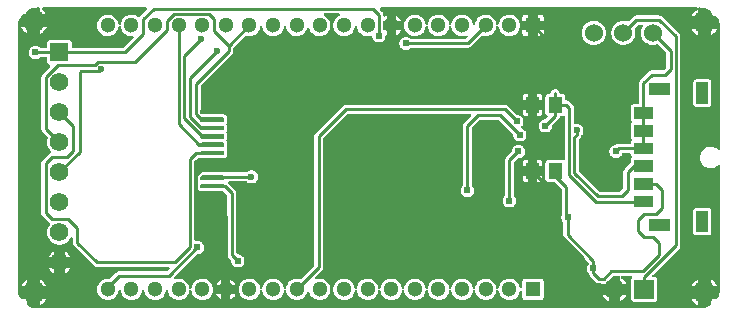
<source format=gbl>
G04 Layer: BottomLayer*
G04 EasyEDA v6.5.1, 2022-03-28 07:45:05*
G04 8a3c461addb741cca4737953a7c37c6d,45e7c3065f504378a11261742efe6332,10*
G04 Gerber Generator version 0.2*
G04 Scale: 100 percent, Rotated: No, Reflected: No *
G04 Dimensions in millimeters *
G04 leading zeros omitted , absolute positions ,4 integer and 5 decimal *
%FSLAX45Y45*%
%MOMM*%

%ADD10C,0.2540*%
%ADD11C,0.6000*%
%ADD12C,0.6096*%
%ADD14C,1.5240*%
%ADD15R,1.3000X1.3000*%
%ADD16C,1.3000*%
%ADD17R,1.5748X1.5748*%
%ADD18C,1.5748*%
%ADD20C,1.7000*%
%ADD21C,1.9000*%

%LPD*%
G36*
X900836Y7025894D02*
G01*
X882446Y7026859D01*
X865581Y7029399D01*
X849020Y7033615D01*
X832916Y7039406D01*
X817524Y7046772D01*
X814679Y7048449D01*
X812038Y7050735D01*
X810361Y7053732D01*
X809752Y7057136D01*
X809752Y7108952D01*
X757631Y7108952D01*
X754227Y7109561D01*
X751179Y7111238D01*
X748944Y7113879D01*
X746302Y7118400D01*
X739038Y7133844D01*
X733298Y7149947D01*
X729234Y7166559D01*
X726744Y7183424D01*
X725932Y7200849D01*
X725932Y9399168D01*
X726846Y9417558D01*
X729386Y9434423D01*
X733602Y9450984D01*
X739394Y9467037D01*
X746760Y9482480D01*
X755548Y9497110D01*
X765759Y9510776D01*
X766876Y9511995D01*
X770280Y9514484D01*
X774395Y9515348D01*
X809752Y9515348D01*
X809752Y9542830D01*
X810361Y9546285D01*
X812038Y9549282D01*
X814679Y9551568D01*
X818388Y9553702D01*
X833882Y9560966D01*
X849934Y9566706D01*
X866546Y9570770D01*
X883462Y9573260D01*
X900836Y9574072D01*
X907287Y9574072D01*
X911199Y9573310D01*
X914450Y9571126D01*
X916686Y9567824D01*
X917448Y9563912D01*
X917448Y9515348D01*
X971651Y9515348D01*
X970127Y9518700D01*
X962253Y9531350D01*
X952957Y9542932D01*
X942238Y9553295D01*
X938936Y9555835D01*
X936142Y9558985D01*
X934923Y9562998D01*
X935380Y9567164D01*
X937514Y9570770D01*
X940917Y9573209D01*
X945032Y9574072D01*
X1811477Y9574072D01*
X1815338Y9573310D01*
X1818639Y9571126D01*
X1820875Y9567824D01*
X1821637Y9563912D01*
X1820875Y9560052D01*
X1818639Y9556750D01*
X1763725Y9501835D01*
X1759356Y9496552D01*
X1756460Y9494164D01*
X1752955Y9492996D01*
X1749247Y9493148D01*
X1745843Y9494621D01*
X1734718Y9502089D01*
X1723339Y9507677D01*
X1711299Y9511588D01*
X1698802Y9513773D01*
X1686153Y9514230D01*
X1673504Y9512909D01*
X1661210Y9509810D01*
X1649475Y9505086D01*
X1638503Y9498736D01*
X1628495Y9490913D01*
X1619656Y9481820D01*
X1612239Y9471558D01*
X1606296Y9460382D01*
X1601927Y9448444D01*
X1599133Y9434982D01*
X1597558Y9431274D01*
X1594662Y9428480D01*
X1590852Y9427057D01*
X1586839Y9427159D01*
X1583182Y9428886D01*
X1580489Y9431832D01*
X1579118Y9435642D01*
X1578203Y9442297D01*
X1574698Y9454489D01*
X1569516Y9466072D01*
X1562811Y9476841D01*
X1554683Y9486544D01*
X1545234Y9495028D01*
X1534718Y9502089D01*
X1523339Y9507677D01*
X1511300Y9511588D01*
X1498803Y9513773D01*
X1486103Y9514230D01*
X1473504Y9512909D01*
X1461211Y9509810D01*
X1449476Y9505086D01*
X1438452Y9498736D01*
X1428496Y9490913D01*
X1419656Y9481820D01*
X1412240Y9471558D01*
X1406245Y9460382D01*
X1401927Y9448444D01*
X1399286Y9436049D01*
X1398422Y9423400D01*
X1399286Y9410750D01*
X1401927Y9398355D01*
X1406245Y9386417D01*
X1412240Y9375241D01*
X1419656Y9364980D01*
X1428496Y9355836D01*
X1438452Y9348063D01*
X1449476Y9341713D01*
X1461211Y9336938D01*
X1473504Y9333890D01*
X1486103Y9332569D01*
X1498803Y9333026D01*
X1511300Y9335211D01*
X1523339Y9339122D01*
X1534718Y9344710D01*
X1545234Y9351772D01*
X1554683Y9360255D01*
X1562811Y9369958D01*
X1569516Y9380728D01*
X1574698Y9392310D01*
X1578203Y9404553D01*
X1579168Y9410852D01*
X1580540Y9414611D01*
X1583283Y9417558D01*
X1586941Y9419234D01*
X1590954Y9419336D01*
X1594662Y9417913D01*
X1597558Y9415119D01*
X1599133Y9411462D01*
X1601927Y9398355D01*
X1606296Y9386417D01*
X1612239Y9375241D01*
X1619656Y9364980D01*
X1628495Y9355836D01*
X1638503Y9348063D01*
X1649475Y9341713D01*
X1661210Y9336938D01*
X1673504Y9333890D01*
X1686153Y9332569D01*
X1696974Y9332925D01*
X1700936Y9332264D01*
X1704339Y9330131D01*
X1706625Y9326829D01*
X1707489Y9322917D01*
X1706727Y9318955D01*
X1704492Y9315602D01*
X1625295Y9236405D01*
X1621993Y9234170D01*
X1618081Y9233408D01*
X1194308Y9233408D01*
X1190396Y9234170D01*
X1187145Y9236405D01*
X1184910Y9239656D01*
X1184148Y9243568D01*
X1184148Y9272981D01*
X1183436Y9279280D01*
X1181506Y9284766D01*
X1178458Y9289643D01*
X1174343Y9293758D01*
X1169466Y9296806D01*
X1163980Y9298736D01*
X1157681Y9299448D01*
X1001318Y9299448D01*
X995019Y9298736D01*
X989533Y9296806D01*
X984656Y9293758D01*
X980541Y9289643D01*
X977493Y9284766D01*
X975563Y9279280D01*
X974852Y9272981D01*
X974852Y9243568D01*
X974090Y9239656D01*
X971854Y9236405D01*
X968603Y9234170D01*
X964692Y9233408D01*
X921308Y9233408D01*
X917397Y9234170D01*
X914095Y9236405D01*
X912520Y9237980D01*
X904494Y9243618D01*
X895553Y9247733D01*
X886104Y9250273D01*
X876300Y9251137D01*
X866495Y9250273D01*
X857046Y9247733D01*
X848106Y9243618D01*
X840079Y9237980D01*
X833119Y9231020D01*
X827481Y9222994D01*
X823366Y9214053D01*
X820826Y9204604D01*
X819962Y9194800D01*
X820826Y9184995D01*
X823366Y9175546D01*
X827481Y9166606D01*
X833119Y9158579D01*
X840079Y9151620D01*
X848106Y9145981D01*
X857046Y9141866D01*
X866495Y9139326D01*
X876300Y9138462D01*
X886104Y9139326D01*
X895553Y9141866D01*
X904494Y9145981D01*
X912520Y9151620D01*
X914095Y9153194D01*
X917397Y9155430D01*
X921308Y9156192D01*
X964692Y9156192D01*
X968603Y9155430D01*
X971854Y9153194D01*
X974090Y9149943D01*
X974852Y9146032D01*
X974852Y9116618D01*
X975563Y9110319D01*
X977493Y9104833D01*
X980541Y9099956D01*
X984656Y9095841D01*
X989533Y9092793D01*
X999236Y9089694D01*
X1002182Y9087307D01*
X1004112Y9084056D01*
X1004671Y9080296D01*
X1003808Y9076639D01*
X1001674Y9073489D01*
X940003Y9011818D01*
X934872Y9005570D01*
X931316Y8998915D01*
X929132Y8991701D01*
X928319Y8983675D01*
X928319Y8545880D01*
X929132Y8537854D01*
X931316Y8530590D01*
X934872Y8523935D01*
X940003Y8517737D01*
X978865Y8478824D01*
X980998Y8475726D01*
X981862Y8472068D01*
X981303Y8468360D01*
X978458Y8459876D01*
X975766Y8446465D01*
X974852Y8432800D01*
X975766Y8419134D01*
X978458Y8405723D01*
X982827Y8392769D01*
X988872Y8380475D01*
X996492Y8369147D01*
X1006297Y8358022D01*
X1008329Y8354517D01*
X1008837Y8350503D01*
X1007719Y8346592D01*
X1005230Y8343442D01*
X994562Y8337854D01*
X988364Y8332724D01*
X938276Y8282635D01*
X933145Y8276437D01*
X929589Y8269731D01*
X927404Y8262518D01*
X926592Y8254492D01*
X926592Y7836408D01*
X927404Y7828381D01*
X929589Y7821168D01*
X933145Y7814462D01*
X938276Y7808264D01*
X988364Y7758175D01*
X994562Y7753045D01*
X998524Y7750200D01*
X1000404Y7747050D01*
X1001014Y7743494D01*
X1000404Y7739938D01*
X998524Y7736789D01*
X996492Y7734503D01*
X988872Y7723124D01*
X982827Y7710830D01*
X978458Y7697876D01*
X975766Y7684465D01*
X974852Y7670800D01*
X975766Y7657134D01*
X978458Y7643723D01*
X982827Y7630769D01*
X988872Y7618475D01*
X996492Y7607096D01*
X1005535Y7596835D01*
X1015796Y7587792D01*
X1027176Y7580172D01*
X1039469Y7574127D01*
X1052423Y7569758D01*
X1065834Y7567066D01*
X1079500Y7566152D01*
X1093165Y7567066D01*
X1106576Y7569758D01*
X1119530Y7574127D01*
X1131824Y7580172D01*
X1143203Y7587792D01*
X1153464Y7596835D01*
X1162507Y7607096D01*
X1170127Y7618475D01*
X1174038Y7626400D01*
X1176883Y7629906D01*
X1180947Y7631836D01*
X1185418Y7631836D01*
X1189482Y7629855D01*
X1192276Y7626299D01*
X1193292Y7621930D01*
X1193292Y7582408D01*
X1194104Y7574381D01*
X1196289Y7567168D01*
X1199845Y7560462D01*
X1204976Y7554264D01*
X1369364Y7389875D01*
X1375562Y7384745D01*
X1382268Y7381189D01*
X1389481Y7379004D01*
X1397508Y7378192D01*
X2003145Y7378192D01*
X2007057Y7377430D01*
X2010359Y7375194D01*
X2012543Y7371943D01*
X2013305Y7368031D01*
X2012543Y7364120D01*
X2010359Y7360869D01*
X1993595Y7344105D01*
X1990293Y7341870D01*
X1986381Y7341108D01*
X1588008Y7341108D01*
X1579981Y7340295D01*
X1572768Y7338110D01*
X1566062Y7334554D01*
X1559864Y7329424D01*
X1511198Y7280808D01*
X1508556Y7278878D01*
X1505508Y7277912D01*
X1502257Y7277963D01*
X1498803Y7278573D01*
X1486103Y7279030D01*
X1473504Y7277709D01*
X1461211Y7274610D01*
X1449476Y7269886D01*
X1438452Y7263536D01*
X1428496Y7255764D01*
X1419656Y7246620D01*
X1412240Y7236358D01*
X1406245Y7225182D01*
X1401927Y7213244D01*
X1399286Y7200849D01*
X1398422Y7188200D01*
X1399286Y7175550D01*
X1401927Y7163155D01*
X1406245Y7151217D01*
X1412240Y7140041D01*
X1419656Y7129780D01*
X1428496Y7120636D01*
X1438452Y7112863D01*
X1449476Y7106513D01*
X1461211Y7101789D01*
X1473504Y7098690D01*
X1486103Y7097369D01*
X1498803Y7097826D01*
X1511300Y7100011D01*
X1523339Y7103922D01*
X1534718Y7109510D01*
X1545234Y7116572D01*
X1554683Y7125055D01*
X1562811Y7134758D01*
X1569516Y7145528D01*
X1574698Y7157110D01*
X1578203Y7169353D01*
X1579168Y7175652D01*
X1580540Y7179411D01*
X1583283Y7182358D01*
X1586941Y7184034D01*
X1590954Y7184136D01*
X1594662Y7182713D01*
X1597558Y7179919D01*
X1599133Y7176262D01*
X1601927Y7163155D01*
X1606296Y7151217D01*
X1612239Y7140041D01*
X1619656Y7129780D01*
X1628495Y7120636D01*
X1638503Y7112863D01*
X1649475Y7106513D01*
X1661210Y7101789D01*
X1673504Y7098690D01*
X1686153Y7097369D01*
X1698802Y7097826D01*
X1711299Y7100011D01*
X1723339Y7103922D01*
X1734718Y7109510D01*
X1745234Y7116572D01*
X1754682Y7125055D01*
X1762810Y7134758D01*
X1769567Y7145528D01*
X1774698Y7157110D01*
X1778203Y7169353D01*
X1779168Y7175652D01*
X1780539Y7179411D01*
X1783283Y7182358D01*
X1786940Y7184034D01*
X1790954Y7184136D01*
X1794662Y7182713D01*
X1797557Y7179919D01*
X1799132Y7176262D01*
X1801926Y7163155D01*
X1806295Y7151217D01*
X1812239Y7140041D01*
X1819656Y7129780D01*
X1828495Y7120636D01*
X1838502Y7112863D01*
X1849475Y7106513D01*
X1861210Y7101789D01*
X1873504Y7098690D01*
X1886153Y7097369D01*
X1898802Y7097826D01*
X1911299Y7100011D01*
X1923338Y7103922D01*
X1934718Y7109510D01*
X1945233Y7116572D01*
X1954682Y7125055D01*
X1962810Y7134758D01*
X1969566Y7145528D01*
X1974697Y7157110D01*
X1978202Y7169353D01*
X1979168Y7175652D01*
X1980539Y7179411D01*
X1983282Y7182358D01*
X1986940Y7184034D01*
X1990953Y7184136D01*
X1994662Y7182713D01*
X1997557Y7179919D01*
X1999132Y7176262D01*
X2001926Y7163155D01*
X2006295Y7151217D01*
X2012238Y7140041D01*
X2019655Y7129780D01*
X2028494Y7120636D01*
X2038502Y7112863D01*
X2049475Y7106513D01*
X2061210Y7101789D01*
X2073503Y7098690D01*
X2086152Y7097369D01*
X2098802Y7097826D01*
X2111298Y7100011D01*
X2123338Y7103922D01*
X2134717Y7109510D01*
X2145233Y7116572D01*
X2154682Y7125055D01*
X2162810Y7134758D01*
X2169566Y7145528D01*
X2174697Y7157110D01*
X2178202Y7169353D01*
X2179167Y7175652D01*
X2180539Y7179411D01*
X2183282Y7182358D01*
X2186940Y7184034D01*
X2190902Y7184136D01*
X2194661Y7182713D01*
X2197557Y7179919D01*
X2199132Y7176262D01*
X2201926Y7163155D01*
X2206294Y7151217D01*
X2212238Y7140041D01*
X2219655Y7129780D01*
X2228494Y7120636D01*
X2238502Y7112863D01*
X2249474Y7106513D01*
X2261209Y7101789D01*
X2273503Y7098690D01*
X2286152Y7097369D01*
X2298801Y7097826D01*
X2311298Y7100011D01*
X2323338Y7103922D01*
X2334717Y7109510D01*
X2345232Y7116572D01*
X2354681Y7125055D01*
X2362809Y7134758D01*
X2369566Y7145528D01*
X2374696Y7157110D01*
X2378202Y7169302D01*
X2379980Y7181850D01*
X2379980Y7194550D01*
X2378202Y7207097D01*
X2374696Y7219289D01*
X2369566Y7230872D01*
X2362809Y7241641D01*
X2354681Y7251344D01*
X2345232Y7259828D01*
X2334717Y7266889D01*
X2323338Y7272477D01*
X2311298Y7276388D01*
X2298801Y7278573D01*
X2286152Y7279030D01*
X2273503Y7277709D01*
X2261209Y7274610D01*
X2249474Y7269886D01*
X2238502Y7263536D01*
X2228494Y7255764D01*
X2219655Y7246620D01*
X2212238Y7236358D01*
X2206294Y7225182D01*
X2201926Y7213244D01*
X2199132Y7199833D01*
X2197557Y7196124D01*
X2194661Y7193330D01*
X2190851Y7191857D01*
X2186838Y7192009D01*
X2183180Y7193686D01*
X2180488Y7196683D01*
X2179116Y7200493D01*
X2178202Y7207097D01*
X2174697Y7219289D01*
X2169566Y7230872D01*
X2162810Y7241641D01*
X2154682Y7251344D01*
X2145233Y7259828D01*
X2134717Y7266889D01*
X2123338Y7272477D01*
X2111298Y7276388D01*
X2098802Y7278573D01*
X2086152Y7279030D01*
X2073503Y7277709D01*
X2060752Y7274458D01*
X2056841Y7273696D01*
X2052980Y7274509D01*
X2049729Y7276693D01*
X2047544Y7279995D01*
X2046782Y7283907D01*
X2047544Y7287768D01*
X2049729Y7291070D01*
X2243378Y7484668D01*
X2246274Y7486700D01*
X2249678Y7487615D01*
X2257704Y7488326D01*
X2267153Y7490866D01*
X2276094Y7494981D01*
X2284120Y7500620D01*
X2291080Y7507579D01*
X2296718Y7515606D01*
X2300833Y7524546D01*
X2303373Y7533995D01*
X2304237Y7543800D01*
X2303373Y7553604D01*
X2300833Y7563053D01*
X2296718Y7571994D01*
X2291080Y7580020D01*
X2284120Y7586980D01*
X2276094Y7592618D01*
X2267153Y7596733D01*
X2257704Y7599273D01*
X2247900Y7600137D01*
X2238095Y7599273D01*
X2235809Y7598664D01*
X2232101Y7598359D01*
X2228545Y7599425D01*
X2225598Y7601712D01*
X2223668Y7604861D01*
X2223008Y7608468D01*
X2223008Y8272881D01*
X2223770Y8276793D01*
X2226005Y8280095D01*
X2230018Y8284159D01*
X2233320Y8286343D01*
X2237232Y8287105D01*
X2241092Y8286343D01*
X2244394Y8284159D01*
X2246630Y8280857D01*
X2247392Y8276945D01*
X2247392Y8263483D01*
X2247950Y8257946D01*
X2248966Y8254492D01*
X2248966Y8294370D01*
X2249830Y8298434D01*
X2252268Y8301837D01*
X2255824Y8303971D01*
X2259939Y8304479D01*
X2263952Y8303310D01*
X2266746Y8301786D01*
X2272893Y8299246D01*
X2278227Y8297621D01*
X2283815Y8297113D01*
X2465984Y8297113D01*
X2471521Y8297621D01*
X2476855Y8299246D01*
X2483002Y8301786D01*
X2485847Y8303310D01*
X2489860Y8304479D01*
X2493975Y8303971D01*
X2495702Y8303209D01*
X2494635Y8306358D01*
X2494635Y8309660D01*
X2495702Y8312810D01*
X2497683Y8316468D01*
X2500223Y8322614D01*
X2501849Y8327948D01*
X2502408Y8333486D01*
X2502408Y8352485D01*
X2501849Y8358022D01*
X2500223Y8363356D01*
X2497683Y8369503D01*
X2495702Y8373211D01*
X2494635Y8376361D01*
X2494635Y8379663D01*
X2495702Y8382812D01*
X2497683Y8386470D01*
X2500223Y8392617D01*
X2501849Y8397951D01*
X2502408Y8403488D01*
X2502408Y8422487D01*
X2501849Y8428024D01*
X2500223Y8433358D01*
X2497683Y8439505D01*
X2495702Y8443214D01*
X2494635Y8446363D01*
X2494635Y8449665D01*
X2495702Y8452764D01*
X2497683Y8456472D01*
X2500223Y8462619D01*
X2501849Y8467953D01*
X2502408Y8473490D01*
X2502408Y8492490D01*
X2501849Y8498027D01*
X2500223Y8503361D01*
X2497683Y8509508D01*
X2495702Y8513216D01*
X2494635Y8516366D01*
X2494635Y8519668D01*
X2495702Y8522766D01*
X2497683Y8526475D01*
X2500223Y8532622D01*
X2501849Y8537956D01*
X2502408Y8543493D01*
X2502408Y8562492D01*
X2501849Y8568029D01*
X2500223Y8573363D01*
X2497683Y8579510D01*
X2495702Y8583218D01*
X2494635Y8586368D01*
X2494635Y8589670D01*
X2495702Y8592769D01*
X2497683Y8596477D01*
X2500223Y8602624D01*
X2501849Y8607958D01*
X2502408Y8613495D01*
X2502408Y8632494D01*
X2501849Y8638032D01*
X2500223Y8643366D01*
X2497683Y8649512D01*
X2495702Y8653221D01*
X2494635Y8656320D01*
X2494635Y8659672D01*
X2495956Y8663228D01*
X2493975Y8662060D01*
X2489860Y8661501D01*
X2485847Y8662670D01*
X2483002Y8664194D01*
X2476855Y8666734D01*
X2471521Y8668359D01*
X2465984Y8668918D01*
X2298192Y8668918D01*
X2294280Y8669680D01*
X2290978Y8671864D01*
X2280666Y8682228D01*
X2278481Y8685530D01*
X2277719Y8689390D01*
X2277719Y8739987D01*
X2278888Y8744508D01*
X2277719Y8749080D01*
X2277719Y8908796D01*
X2278481Y8912656D01*
X2280666Y8915958D01*
X2541066Y9176359D01*
X2546197Y9182608D01*
X2549753Y9189262D01*
X2551938Y9196476D01*
X2552750Y9204502D01*
X2552750Y9228023D01*
X2553512Y9231884D01*
X2555697Y9235186D01*
X2654147Y9333636D01*
X2656992Y9335668D01*
X2660345Y9336582D01*
X2663799Y9336328D01*
X2673502Y9333890D01*
X2686151Y9332569D01*
X2698800Y9333026D01*
X2711297Y9335211D01*
X2723337Y9339122D01*
X2734767Y9344710D01*
X2745232Y9351772D01*
X2754680Y9360255D01*
X2762808Y9369958D01*
X2769565Y9380728D01*
X2774696Y9392310D01*
X2778201Y9404553D01*
X2779166Y9410852D01*
X2780538Y9414611D01*
X2783281Y9417558D01*
X2786938Y9419234D01*
X2790952Y9419336D01*
X2794660Y9417913D01*
X2797556Y9415119D01*
X2799130Y9411462D01*
X2801924Y9398355D01*
X2806293Y9386417D01*
X2812237Y9375241D01*
X2819704Y9364980D01*
X2828493Y9355836D01*
X2838500Y9348063D01*
X2849473Y9341713D01*
X2861208Y9336938D01*
X2873502Y9333890D01*
X2886151Y9332569D01*
X2898800Y9333026D01*
X2911297Y9335211D01*
X2923336Y9339122D01*
X2934766Y9344710D01*
X2945231Y9351772D01*
X2954680Y9360255D01*
X2962808Y9369958D01*
X2969564Y9380728D01*
X2974695Y9392310D01*
X2978200Y9404553D01*
X2979166Y9410852D01*
X2980537Y9414611D01*
X2983280Y9417558D01*
X2986938Y9419234D01*
X2990951Y9419336D01*
X2994660Y9417913D01*
X2997555Y9415119D01*
X2999130Y9411462D01*
X3001924Y9398355D01*
X3006293Y9386417D01*
X3012236Y9375241D01*
X3019704Y9364980D01*
X3028492Y9355836D01*
X3038500Y9348063D01*
X3049473Y9341713D01*
X3061208Y9336938D01*
X3073501Y9333890D01*
X3086150Y9332569D01*
X3098800Y9333026D01*
X3111296Y9335211D01*
X3123336Y9339122D01*
X3134766Y9344710D01*
X3145231Y9351772D01*
X3154680Y9360255D01*
X3162808Y9369958D01*
X3169564Y9380728D01*
X3174695Y9392310D01*
X3176168Y9397492D01*
X3178149Y9401200D01*
X3181502Y9403842D01*
X3185617Y9404858D01*
X3189782Y9404096D01*
X3193288Y9401759D01*
X3195523Y9398152D01*
X3199790Y9386417D01*
X3205734Y9375241D01*
X3213201Y9364980D01*
X3221990Y9355836D01*
X3231997Y9348063D01*
X3242970Y9341713D01*
X3254705Y9336938D01*
X3266998Y9333890D01*
X3279648Y9332569D01*
X3292297Y9333026D01*
X3304794Y9335211D01*
X3316833Y9339122D01*
X3328263Y9344710D01*
X3338728Y9351772D01*
X3348177Y9360255D01*
X3356305Y9369958D01*
X3363061Y9380728D01*
X3368192Y9392310D01*
X3371697Y9404502D01*
X3373475Y9417050D01*
X3373475Y9429750D01*
X3371697Y9442297D01*
X3368192Y9454489D01*
X3363061Y9466072D01*
X3356305Y9476841D01*
X3348177Y9486544D01*
X3338728Y9495028D01*
X3328263Y9502089D01*
X3321913Y9505188D01*
X3318357Y9508032D01*
X3316427Y9512096D01*
X3316427Y9516618D01*
X3318408Y9520682D01*
X3321964Y9523476D01*
X3326333Y9524492D01*
X3445205Y9524492D01*
X3449523Y9523526D01*
X3453028Y9520834D01*
X3455060Y9516973D01*
X3455212Y9512554D01*
X3453536Y9508490D01*
X3450285Y9505543D01*
X3438448Y9498736D01*
X3428492Y9490913D01*
X3419703Y9481820D01*
X3412236Y9471558D01*
X3406292Y9460382D01*
X3401923Y9448444D01*
X3399282Y9436049D01*
X3398418Y9423400D01*
X3399282Y9410750D01*
X3401923Y9398355D01*
X3406292Y9386417D01*
X3412236Y9375241D01*
X3419703Y9364980D01*
X3428492Y9355836D01*
X3438499Y9348063D01*
X3449472Y9341713D01*
X3461207Y9336938D01*
X3473500Y9333890D01*
X3486150Y9332569D01*
X3498799Y9333026D01*
X3511296Y9335211D01*
X3523335Y9339122D01*
X3534765Y9344710D01*
X3545230Y9351772D01*
X3554679Y9360255D01*
X3562807Y9369958D01*
X3569563Y9380728D01*
X3574694Y9392310D01*
X3578199Y9404553D01*
X3579164Y9410852D01*
X3580536Y9414611D01*
X3583279Y9417558D01*
X3586937Y9419234D01*
X3590950Y9419336D01*
X3594658Y9417913D01*
X3597554Y9415119D01*
X3599129Y9411462D01*
X3601923Y9398355D01*
X3606292Y9386417D01*
X3612235Y9375241D01*
X3619703Y9364980D01*
X3628491Y9355836D01*
X3638499Y9348063D01*
X3649472Y9341713D01*
X3661206Y9336938D01*
X3673500Y9333890D01*
X3686149Y9332569D01*
X3698798Y9333026D01*
X3711295Y9335211D01*
X3715562Y9336582D01*
X3719169Y9337090D01*
X3722725Y9336278D01*
X3725722Y9334296D01*
X3727856Y9331350D01*
X3728821Y9327845D01*
X3729126Y9324695D01*
X3731666Y9315246D01*
X3735781Y9306306D01*
X3741420Y9298279D01*
X3748379Y9291320D01*
X3756406Y9285681D01*
X3765346Y9281566D01*
X3774795Y9279026D01*
X3784600Y9278162D01*
X3794404Y9279026D01*
X3803853Y9281566D01*
X3812794Y9285681D01*
X3820820Y9291320D01*
X3827779Y9298279D01*
X3833418Y9306306D01*
X3837533Y9315246D01*
X3840073Y9324695D01*
X3840632Y9331096D01*
X3841648Y9334754D01*
X3843934Y9337751D01*
X3847185Y9339732D01*
X3850436Y9340291D01*
X3850436Y9384538D01*
X3833368Y9384538D01*
X3829456Y9385300D01*
X3826205Y9387535D01*
X3823970Y9390837D01*
X3823208Y9394698D01*
X3823208Y9452102D01*
X3823970Y9455962D01*
X3826205Y9459264D01*
X3829456Y9461449D01*
X3833368Y9462262D01*
X3850436Y9462262D01*
X3850436Y9505492D01*
X3838448Y9498736D01*
X3834434Y9497415D01*
X3830218Y9497872D01*
X3826560Y9499955D01*
X3824071Y9503410D01*
X3823208Y9507524D01*
X3823208Y9511792D01*
X3822395Y9519818D01*
X3820210Y9527032D01*
X3816654Y9533737D01*
X3811524Y9539935D01*
X3794760Y9556750D01*
X3792524Y9560052D01*
X3791762Y9563912D01*
X3792524Y9567824D01*
X3794760Y9571126D01*
X3798062Y9573310D01*
X3801922Y9574072D01*
X6478219Y9574072D01*
X6482638Y9573107D01*
X6486144Y9570313D01*
X6487414Y9567824D01*
X6489649Y9571126D01*
X6492900Y9573310D01*
X6496812Y9574072D01*
X6517538Y9573158D01*
X6534454Y9570618D01*
X6551015Y9566402D01*
X6567068Y9560610D01*
X6582460Y9553244D01*
X6589420Y9549079D01*
X6592062Y9546844D01*
X6593738Y9543796D01*
X6594348Y9540392D01*
X6594348Y9502648D01*
X6635191Y9502648D01*
X6638290Y9502140D01*
X6641134Y9500768D01*
X6644995Y9496298D01*
X6653733Y9481616D01*
X6660997Y9466122D01*
X6666687Y9450019D01*
X6670802Y9433458D01*
X6673240Y9416542D01*
X6674103Y9399168D01*
X6674103Y8378342D01*
X6673291Y8374430D01*
X6671056Y8371128D01*
X6667753Y8368893D01*
X6663791Y8368182D01*
X6659930Y8368995D01*
X6656628Y8371281D01*
X6654647Y8373364D01*
X6644640Y8381136D01*
X6633667Y8387486D01*
X6621881Y8392210D01*
X6609588Y8395309D01*
X6596989Y8396630D01*
X6584289Y8396173D01*
X6571843Y8393988D01*
X6559753Y8390077D01*
X6548374Y8384489D01*
X6537858Y8377428D01*
X6528460Y8368944D01*
X6520281Y8359241D01*
X6513576Y8348472D01*
X6508394Y8336889D01*
X6504940Y8324697D01*
X6503162Y8312150D01*
X6503162Y8299450D01*
X6504940Y8286902D01*
X6508394Y8274710D01*
X6513576Y8263128D01*
X6520281Y8252358D01*
X6528460Y8242655D01*
X6537858Y8234172D01*
X6548374Y8227110D01*
X6559753Y8221522D01*
X6571843Y8217611D01*
X6584289Y8215426D01*
X6596989Y8214969D01*
X6609588Y8216290D01*
X6621881Y8219338D01*
X6633667Y8224113D01*
X6644640Y8230463D01*
X6654647Y8238236D01*
X6656628Y8240318D01*
X6659930Y8242604D01*
X6663791Y8243417D01*
X6667753Y8242706D01*
X6671056Y8240471D01*
X6673291Y8237169D01*
X6674103Y8233257D01*
X6674103Y7200849D01*
X6673138Y7182459D01*
X6670598Y7165543D01*
X6666382Y7148982D01*
X6660591Y7132929D01*
X6653275Y7117537D01*
X6651091Y7113879D01*
X6648805Y7111238D01*
X6645757Y7109561D01*
X6642353Y7108952D01*
X6594348Y7108952D01*
X6594348Y7059625D01*
X6593738Y7056170D01*
X6592062Y7053173D01*
X6589420Y7050887D01*
X6581597Y7046264D01*
X6566153Y7039000D01*
X6550050Y7033310D01*
X6533438Y7029196D01*
X6516573Y7026757D01*
X6499148Y7025894D01*
G37*

%LPC*%
G36*
X6432448Y9502648D02*
G01*
X6486652Y9502648D01*
X6486652Y9558578D01*
X6486245Y9557664D01*
X6482740Y9554819D01*
X6480048Y9553498D01*
X6467652Y9545269D01*
X6456324Y9535566D01*
X6446316Y9524593D01*
X6437731Y9512452D01*
G37*
G36*
X5948070Y7083552D02*
G01*
X6116929Y7083552D01*
X6123228Y7084263D01*
X6128715Y7086193D01*
X6133592Y7089241D01*
X6137706Y7093356D01*
X6140805Y7098233D01*
X6142685Y7103719D01*
X6143396Y7110018D01*
X6143396Y7266381D01*
X6142685Y7272680D01*
X6140805Y7278166D01*
X6137706Y7283043D01*
X6133592Y7287158D01*
X6128715Y7290206D01*
X6123228Y7292136D01*
X6116929Y7292848D01*
X6109614Y7292848D01*
X6105753Y7293609D01*
X6102451Y7295845D01*
X6100216Y7299096D01*
X6099454Y7303008D01*
X6100216Y7306919D01*
X6102451Y7310170D01*
X6325565Y7533335D01*
X6330696Y7539532D01*
X6334252Y7546187D01*
X6336436Y7553452D01*
X6337249Y7561478D01*
X6337249Y9329216D01*
X6336436Y9337243D01*
X6334252Y9344456D01*
X6330696Y9351111D01*
X6325565Y9357360D01*
X6187490Y9495434D01*
X6181242Y9500565D01*
X6174587Y9504121D01*
X6167374Y9506305D01*
X6159347Y9507067D01*
X5963767Y9507067D01*
X5955741Y9506305D01*
X5948527Y9504121D01*
X5941872Y9500565D01*
X5935624Y9495434D01*
X5898743Y9458553D01*
X5895543Y9456369D01*
X5891733Y9455556D01*
X5887923Y9456267D01*
X5884976Y9457385D01*
X5871718Y9460585D01*
X5858103Y9461906D01*
X5844489Y9461449D01*
X5831027Y9459214D01*
X5818022Y9455150D01*
X5805627Y9449409D01*
X5794146Y9442094D01*
X5783732Y9433306D01*
X5774588Y9423146D01*
X5766866Y9411919D01*
X5760720Y9399778D01*
X5756249Y9386874D01*
X5753557Y9373514D01*
X5752642Y9359900D01*
X5753557Y9346285D01*
X5756249Y9332925D01*
X5760720Y9320022D01*
X5766866Y9307880D01*
X5774588Y9296654D01*
X5783732Y9286494D01*
X5794146Y9277705D01*
X5805627Y9270390D01*
X5818022Y9264650D01*
X5831027Y9260586D01*
X5844489Y9258350D01*
X5858103Y9257893D01*
X5871718Y9259214D01*
X5884976Y9262414D01*
X5897676Y9267291D01*
X5909665Y9273844D01*
X5920638Y9281922D01*
X5930442Y9291421D01*
X5938875Y9302140D01*
X5945835Y9313875D01*
X5951169Y9326422D01*
X5954776Y9339580D01*
X5956554Y9353092D01*
X5956554Y9366707D01*
X5954776Y9380220D01*
X5950915Y9394190D01*
X5950559Y9397746D01*
X5951474Y9401200D01*
X5953506Y9404096D01*
X5976315Y9426905D01*
X5979617Y9429089D01*
X5983478Y9429851D01*
X6009894Y9429851D01*
X6014161Y9428937D01*
X6017666Y9426295D01*
X6019698Y9422384D01*
X6019901Y9418015D01*
X6018276Y9413951D01*
X6016853Y9411919D01*
X6010706Y9399778D01*
X6006236Y9386874D01*
X6003544Y9373514D01*
X6002629Y9359900D01*
X6003544Y9346285D01*
X6006236Y9332925D01*
X6010706Y9320022D01*
X6016853Y9307880D01*
X6024575Y9296654D01*
X6033719Y9286494D01*
X6044133Y9277705D01*
X6055664Y9270390D01*
X6068009Y9264650D01*
X6081064Y9260586D01*
X6094476Y9258350D01*
X6108141Y9257893D01*
X6121704Y9259214D01*
X6134963Y9262414D01*
X6137910Y9263532D01*
X6141720Y9264192D01*
X6145530Y9263430D01*
X6148781Y9261246D01*
X6216243Y9193733D01*
X6218478Y9190431D01*
X6219240Y9186570D01*
X6219240Y9072067D01*
X6218478Y9068155D01*
X6216243Y9064853D01*
X6197295Y9045905D01*
X6193993Y9043670D01*
X6190081Y9042908D01*
X6096508Y9042908D01*
X6088481Y9042095D01*
X6081268Y9039910D01*
X6074562Y9036354D01*
X6068364Y9031224D01*
X5996889Y8959748D01*
X5991758Y8953550D01*
X5988202Y8946845D01*
X5986018Y8939631D01*
X5985205Y8931605D01*
X5985205Y8766860D01*
X5984443Y8763000D01*
X5982208Y8759698D01*
X5978956Y8757462D01*
X5975045Y8756700D01*
X5944362Y8756700D01*
X5938062Y8755989D01*
X5932576Y8754110D01*
X5927699Y8751011D01*
X5923584Y8746896D01*
X5920536Y8742019D01*
X5918606Y8736533D01*
X5917895Y8730234D01*
X5917895Y8631377D01*
X5918606Y8625078D01*
X5920536Y8619591D01*
X5923584Y8614714D01*
X5925312Y8612987D01*
X5927496Y8609685D01*
X5928258Y8605774D01*
X5927496Y8601913D01*
X5925312Y8598611D01*
X5923584Y8596884D01*
X5920536Y8592007D01*
X5918606Y8586520D01*
X5917895Y8580221D01*
X5917895Y8481364D01*
X5918606Y8475065D01*
X5920536Y8469579D01*
X5923584Y8464702D01*
X5925312Y8462975D01*
X5927496Y8459673D01*
X5928258Y8455812D01*
X5927496Y8451900D01*
X5925312Y8448598D01*
X5923584Y8446922D01*
X5920536Y8441994D01*
X5918606Y8436610D01*
X5917844Y8428583D01*
X5916828Y8425027D01*
X5914542Y8422030D01*
X5911392Y8420100D01*
X5907735Y8419388D01*
X5815888Y8419388D01*
X5807862Y8418626D01*
X5800648Y8416442D01*
X5796381Y8414156D01*
X5792419Y8412988D01*
X5781395Y8412073D01*
X5771946Y8409533D01*
X5763006Y8405418D01*
X5754979Y8399780D01*
X5748020Y8392820D01*
X5742381Y8384794D01*
X5738266Y8375853D01*
X5735726Y8366404D01*
X5734862Y8356600D01*
X5735726Y8346795D01*
X5738266Y8337346D01*
X5742381Y8328406D01*
X5748020Y8320379D01*
X5754979Y8313420D01*
X5763006Y8307781D01*
X5771946Y8303666D01*
X5781395Y8301126D01*
X5791200Y8300262D01*
X5801004Y8301126D01*
X5810453Y8303666D01*
X5819394Y8307781D01*
X5827420Y8313420D01*
X5834380Y8320379D01*
X5840018Y8328406D01*
X5843676Y8336330D01*
X5845911Y8339429D01*
X5849162Y8341461D01*
X5852871Y8342172D01*
X5907735Y8342172D01*
X5911392Y8341512D01*
X5914542Y8339581D01*
X5916828Y8336584D01*
X5917844Y8333028D01*
X5918606Y8325002D01*
X5920536Y8319617D01*
X5923584Y8314690D01*
X5925312Y8312962D01*
X5927496Y8309711D01*
X5928258Y8305800D01*
X5927496Y8301888D01*
X5925312Y8298637D01*
X5923584Y8296909D01*
X5920536Y8291982D01*
X5918606Y8286546D01*
X5917895Y8280247D01*
X5917895Y8262721D01*
X5917133Y8258809D01*
X5914898Y8255508D01*
X5865876Y8206435D01*
X5860745Y8200237D01*
X5857189Y8193531D01*
X5855004Y8186318D01*
X5854192Y8178292D01*
X5854192Y8046618D01*
X5853430Y8042706D01*
X5851194Y8039404D01*
X5828995Y8017205D01*
X5825693Y8014970D01*
X5821781Y8014208D01*
X5659018Y8014208D01*
X5655106Y8014970D01*
X5651804Y8017205D01*
X5479846Y8189163D01*
X5477662Y8192465D01*
X5476900Y8196325D01*
X5476900Y8453374D01*
X5477662Y8457234D01*
X5479846Y8460536D01*
X5487924Y8468664D01*
X5493054Y8474862D01*
X5496610Y8481568D01*
X5498795Y8488781D01*
X5499912Y8493760D01*
X5501894Y8496604D01*
X5503773Y8498484D01*
X5509361Y8506460D01*
X5513476Y8515299D01*
X5516016Y8524697D01*
X5516880Y8534400D01*
X5516016Y8544102D01*
X5513476Y8553500D01*
X5509361Y8562340D01*
X5503773Y8570315D01*
X5496915Y8577173D01*
X5488940Y8582761D01*
X5480100Y8586876D01*
X5470702Y8589416D01*
X5461000Y8590280D01*
X5451297Y8589416D01*
X5448909Y8588756D01*
X5445201Y8588502D01*
X5441645Y8589518D01*
X5438698Y8591804D01*
X5436768Y8594953D01*
X5436108Y8598611D01*
X5436108Y8724392D01*
X5435295Y8732418D01*
X5433110Y8739632D01*
X5429554Y8746337D01*
X5424424Y8752535D01*
X5399735Y8777224D01*
X5393537Y8782354D01*
X5386832Y8785910D01*
X5379669Y8788095D01*
X5370017Y8788958D01*
X5366410Y8789974D01*
X5363413Y8792210D01*
X5361432Y8795410D01*
X5360771Y8799068D01*
X5360771Y8818575D01*
X5360060Y8824925D01*
X5358130Y8830360D01*
X5355082Y8835288D01*
X5350967Y8839352D01*
X5346090Y8842451D01*
X5340604Y8844330D01*
X5334304Y8845042D01*
X5326176Y8845042D01*
X5322519Y8845753D01*
X5319369Y8847683D01*
X5317134Y8850630D01*
X5313832Y8861806D01*
X5310276Y8868511D01*
X5305501Y8874353D01*
X5299659Y8879128D01*
X5293004Y8882684D01*
X5285740Y8884869D01*
X5278221Y8885631D01*
X5270703Y8884869D01*
X5263489Y8882684D01*
X5256784Y8879128D01*
X5250942Y8874353D01*
X5246166Y8868511D01*
X5242610Y8861806D01*
X5239308Y8850630D01*
X5237073Y8847683D01*
X5233924Y8845753D01*
X5230266Y8845042D01*
X5222189Y8845042D01*
X5215839Y8844330D01*
X5210403Y8842451D01*
X5205476Y8839352D01*
X5201412Y8835288D01*
X5198313Y8830360D01*
X5196382Y8824925D01*
X5195671Y8818575D01*
X5195671Y8682024D01*
X5196382Y8675674D01*
X5198313Y8670239D01*
X5201412Y8665311D01*
X5205476Y8661247D01*
X5208778Y8659164D01*
X5211470Y8656726D01*
X5213146Y8653475D01*
X5213553Y8649868D01*
X5212638Y8646363D01*
X5210556Y8643366D01*
X5198821Y8631631D01*
X5195925Y8629599D01*
X5192522Y8628684D01*
X5184495Y8627973D01*
X5175046Y8625433D01*
X5166106Y8621318D01*
X5158079Y8615680D01*
X5151120Y8608720D01*
X5145481Y8600694D01*
X5141366Y8591753D01*
X5138826Y8582304D01*
X5137962Y8572500D01*
X5138826Y8562695D01*
X5141366Y8553246D01*
X5145481Y8544306D01*
X5151120Y8536279D01*
X5158079Y8529320D01*
X5166106Y8523681D01*
X5175046Y8519566D01*
X5184495Y8517026D01*
X5194300Y8516162D01*
X5204104Y8517026D01*
X5213553Y8519566D01*
X5222494Y8523681D01*
X5230520Y8529320D01*
X5237480Y8536279D01*
X5243118Y8544306D01*
X5247233Y8553246D01*
X5249773Y8562695D01*
X5250484Y8570722D01*
X5251399Y8574125D01*
X5253431Y8577021D01*
X5294731Y8618372D01*
X5299659Y8621471D01*
X5305501Y8626246D01*
X5310276Y8632088D01*
X5313832Y8638743D01*
X5317134Y8649970D01*
X5319369Y8652916D01*
X5322519Y8654846D01*
X5326176Y8655558D01*
X5334304Y8655558D01*
X5340604Y8656269D01*
X5345379Y8657945D01*
X5349189Y8658504D01*
X5352948Y8657590D01*
X5356098Y8655354D01*
X5358180Y8652103D01*
X5358892Y8648344D01*
X5358892Y8293455D01*
X5358180Y8289696D01*
X5356098Y8286445D01*
X5352948Y8284209D01*
X5349189Y8283295D01*
X5345379Y8283854D01*
X5340604Y8285530D01*
X5334304Y8286242D01*
X5222189Y8286242D01*
X5215839Y8285530D01*
X5210403Y8283651D01*
X5205476Y8280552D01*
X5201412Y8276488D01*
X5198313Y8271560D01*
X5196382Y8266125D01*
X5195671Y8259775D01*
X5195671Y8123224D01*
X5196382Y8116874D01*
X5198313Y8111439D01*
X5201412Y8106511D01*
X5205476Y8102447D01*
X5210403Y8099348D01*
X5215839Y8097469D01*
X5222189Y8096758D01*
X5268366Y8096758D01*
X5272227Y8095945D01*
X5275529Y8093760D01*
X5330494Y8038795D01*
X5332730Y8035493D01*
X5333492Y8031581D01*
X5333492Y7822844D01*
X5332526Y7818577D01*
X5331866Y7817053D01*
X5329326Y7807604D01*
X5328462Y7797800D01*
X5329326Y7787995D01*
X5331866Y7778546D01*
X5335981Y7769606D01*
X5341620Y7761579D01*
X5343194Y7760004D01*
X5345430Y7756702D01*
X5346192Y7752791D01*
X5346192Y7645908D01*
X5347004Y7637881D01*
X5349189Y7630668D01*
X5352745Y7623962D01*
X5357876Y7617764D01*
X5558282Y7417308D01*
X5560466Y7414006D01*
X5561228Y7410145D01*
X5560466Y7406233D01*
X5551881Y7394194D01*
X5547766Y7385253D01*
X5545226Y7375804D01*
X5544362Y7366000D01*
X5545226Y7356195D01*
X5547766Y7346746D01*
X5551881Y7337806D01*
X5557520Y7329779D01*
X5559856Y7327442D01*
X5561888Y7324598D01*
X5562904Y7320381D01*
X5565089Y7313168D01*
X5568645Y7306462D01*
X5573776Y7300264D01*
X5623864Y7250175D01*
X5630062Y7245045D01*
X5636768Y7241489D01*
X5643981Y7239304D01*
X5652008Y7238492D01*
X5664403Y7238492D01*
X5668264Y7237730D01*
X5669280Y7237069D01*
X5729630Y7237069D01*
X5729630Y7258354D01*
X5730443Y7262215D01*
X5732627Y7265517D01*
X5766104Y7298994D01*
X5769406Y7301230D01*
X5773318Y7301992D01*
X5817209Y7301992D01*
X5821070Y7301230D01*
X5824372Y7298994D01*
X5826556Y7295743D01*
X5827369Y7291831D01*
X5827369Y7237069D01*
X5877814Y7237069D01*
X5875121Y7242606D01*
X5867349Y7254544D01*
X5858154Y7265365D01*
X5847638Y7274864D01*
X5835243Y7283500D01*
X5832348Y7286599D01*
X5830976Y7290612D01*
X5831382Y7294880D01*
X5833465Y7298588D01*
X5836920Y7301077D01*
X5841085Y7301992D01*
X5921705Y7301992D01*
X5925616Y7301230D01*
X5928868Y7298994D01*
X5931103Y7295743D01*
X5931865Y7291831D01*
X5931103Y7287920D01*
X5928868Y7284669D01*
X5927293Y7283043D01*
X5924194Y7278166D01*
X5922314Y7272680D01*
X5921603Y7266381D01*
X5921603Y7110018D01*
X5922314Y7103719D01*
X5924194Y7098233D01*
X5927293Y7093356D01*
X5931408Y7089241D01*
X5936284Y7086193D01*
X5941771Y7084263D01*
G37*
G36*
X5729630Y7088784D02*
G01*
X5729630Y7139330D01*
X5679033Y7139330D01*
X5685586Y7127697D01*
X5694070Y7116318D01*
X5703925Y7106107D01*
X5715050Y7097268D01*
X5727192Y7089902D01*
G37*
G36*
X5827369Y7088886D02*
G01*
X5836005Y7093356D01*
X5847638Y7101484D01*
X5858154Y7111034D01*
X5867349Y7121855D01*
X5875121Y7133793D01*
X5877814Y7139330D01*
X5827369Y7139330D01*
G37*
G36*
X5024882Y7097268D02*
G01*
X5153710Y7097268D01*
X5160060Y7097979D01*
X5165496Y7099909D01*
X5170424Y7103008D01*
X5174488Y7107072D01*
X5177586Y7112000D01*
X5179517Y7117435D01*
X5180228Y7123785D01*
X5180228Y7252614D01*
X5179517Y7258964D01*
X5177586Y7264400D01*
X5174488Y7269327D01*
X5170424Y7273391D01*
X5165496Y7276490D01*
X5160060Y7278420D01*
X5153710Y7279131D01*
X5024882Y7279131D01*
X5018532Y7278420D01*
X5013096Y7276490D01*
X5008168Y7273391D01*
X5004104Y7269327D01*
X5001006Y7264400D01*
X4999126Y7258964D01*
X4998415Y7252614D01*
X4998415Y7208672D01*
X4997551Y7204659D01*
X4995164Y7201255D01*
X4991658Y7199122D01*
X4987544Y7198563D01*
X4983581Y7199680D01*
X4980381Y7202271D01*
X4978450Y7205929D01*
X4974691Y7219289D01*
X4969560Y7230872D01*
X4962804Y7241641D01*
X4954676Y7251344D01*
X4945227Y7259828D01*
X4934762Y7266889D01*
X4923332Y7272477D01*
X4911293Y7276388D01*
X4898796Y7278573D01*
X4886147Y7279030D01*
X4873498Y7277709D01*
X4861204Y7274610D01*
X4849469Y7269886D01*
X4838496Y7263536D01*
X4828489Y7255764D01*
X4819700Y7246620D01*
X4812233Y7236358D01*
X4806289Y7225182D01*
X4801920Y7213244D01*
X4799126Y7199833D01*
X4797552Y7196124D01*
X4794656Y7193330D01*
X4790897Y7191857D01*
X4786833Y7192009D01*
X4783175Y7193686D01*
X4780483Y7196683D01*
X4779111Y7200493D01*
X4778197Y7207097D01*
X4774692Y7219289D01*
X4769561Y7230872D01*
X4762804Y7241641D01*
X4754676Y7251344D01*
X4745228Y7259828D01*
X4734763Y7266889D01*
X4723333Y7272477D01*
X4711293Y7276388D01*
X4698796Y7278573D01*
X4686147Y7279030D01*
X4673498Y7277709D01*
X4661204Y7274610D01*
X4649470Y7269886D01*
X4638497Y7263536D01*
X4628489Y7255764D01*
X4619701Y7246620D01*
X4612233Y7236358D01*
X4606290Y7225182D01*
X4601921Y7213244D01*
X4599127Y7199833D01*
X4597552Y7196124D01*
X4594656Y7193330D01*
X4590897Y7191857D01*
X4586833Y7192009D01*
X4583176Y7193686D01*
X4580483Y7196683D01*
X4579112Y7200493D01*
X4578197Y7207097D01*
X4574692Y7219289D01*
X4569561Y7230872D01*
X4562805Y7241641D01*
X4554677Y7251344D01*
X4545228Y7259828D01*
X4534763Y7266889D01*
X4523333Y7272477D01*
X4511294Y7276388D01*
X4498797Y7278573D01*
X4486148Y7279030D01*
X4473498Y7277709D01*
X4461205Y7274610D01*
X4449470Y7269886D01*
X4438497Y7263536D01*
X4428490Y7255764D01*
X4419701Y7246620D01*
X4412234Y7236358D01*
X4406290Y7225182D01*
X4401921Y7213244D01*
X4399127Y7199833D01*
X4397552Y7196124D01*
X4394657Y7193330D01*
X4390898Y7191857D01*
X4386834Y7192009D01*
X4383176Y7193686D01*
X4380484Y7196683D01*
X4379112Y7200493D01*
X4378198Y7207097D01*
X4374692Y7219289D01*
X4369562Y7230872D01*
X4362805Y7241641D01*
X4354677Y7251344D01*
X4345228Y7259828D01*
X4334764Y7266889D01*
X4323334Y7272477D01*
X4311294Y7276388D01*
X4298797Y7278573D01*
X4286148Y7279030D01*
X4273499Y7277709D01*
X4261205Y7274610D01*
X4249470Y7269886D01*
X4238498Y7263536D01*
X4228490Y7255764D01*
X4219702Y7246620D01*
X4212234Y7236358D01*
X4206290Y7225182D01*
X4201922Y7213244D01*
X4199128Y7199833D01*
X4197553Y7196124D01*
X4194657Y7193330D01*
X4190898Y7191857D01*
X4186834Y7192009D01*
X4183176Y7193686D01*
X4180484Y7196683D01*
X4179112Y7200493D01*
X4178198Y7207097D01*
X4174693Y7219289D01*
X4169562Y7230872D01*
X4162806Y7241641D01*
X4154678Y7251344D01*
X4145229Y7259828D01*
X4134764Y7266889D01*
X4123334Y7272477D01*
X4111294Y7276388D01*
X4098798Y7278573D01*
X4086148Y7279030D01*
X4073499Y7277709D01*
X4061206Y7274610D01*
X4049471Y7269886D01*
X4038498Y7263536D01*
X4028490Y7255764D01*
X4019702Y7246620D01*
X4012234Y7236358D01*
X4006291Y7225182D01*
X4001922Y7213244D01*
X3999128Y7199782D01*
X3997553Y7196074D01*
X3994658Y7193280D01*
X3990898Y7191857D01*
X3986834Y7192009D01*
X3983177Y7193686D01*
X3980484Y7196683D01*
X3979113Y7200442D01*
X3978198Y7207097D01*
X3974693Y7219289D01*
X3969562Y7230872D01*
X3962806Y7241641D01*
X3954678Y7251344D01*
X3945229Y7259828D01*
X3934764Y7266889D01*
X3923334Y7272477D01*
X3911295Y7276388D01*
X3898798Y7278573D01*
X3886149Y7279030D01*
X3873500Y7277709D01*
X3861206Y7274610D01*
X3849471Y7269886D01*
X3838498Y7263536D01*
X3828491Y7255764D01*
X3819702Y7246620D01*
X3812235Y7236358D01*
X3806291Y7225182D01*
X3801922Y7213244D01*
X3799128Y7199833D01*
X3797554Y7196124D01*
X3794658Y7193330D01*
X3790848Y7191857D01*
X3786835Y7192009D01*
X3783177Y7193686D01*
X3780485Y7196683D01*
X3779113Y7200493D01*
X3778199Y7207097D01*
X3774694Y7219289D01*
X3769563Y7230872D01*
X3762806Y7241641D01*
X3754678Y7251344D01*
X3745229Y7259828D01*
X3734765Y7266889D01*
X3723335Y7272477D01*
X3711295Y7276388D01*
X3698798Y7278573D01*
X3686149Y7279030D01*
X3673500Y7277709D01*
X3661206Y7274610D01*
X3649472Y7269886D01*
X3638499Y7263536D01*
X3628491Y7255764D01*
X3619703Y7246620D01*
X3612235Y7236358D01*
X3606292Y7225182D01*
X3601923Y7213244D01*
X3599129Y7199833D01*
X3597554Y7196124D01*
X3594658Y7193330D01*
X3590848Y7191857D01*
X3586835Y7192009D01*
X3583178Y7193686D01*
X3580485Y7196683D01*
X3579114Y7200493D01*
X3578199Y7207097D01*
X3574694Y7219289D01*
X3569563Y7230872D01*
X3562807Y7241641D01*
X3554679Y7251344D01*
X3545230Y7259828D01*
X3534765Y7266889D01*
X3523335Y7272477D01*
X3511296Y7276388D01*
X3498799Y7278573D01*
X3486150Y7279030D01*
X3473500Y7277709D01*
X3461207Y7274610D01*
X3449472Y7269886D01*
X3438499Y7263536D01*
X3428492Y7255764D01*
X3419703Y7246620D01*
X3412236Y7236358D01*
X3406292Y7225182D01*
X3401923Y7213244D01*
X3399282Y7200849D01*
X3398418Y7188200D01*
X3399282Y7175550D01*
X3401923Y7163155D01*
X3406292Y7151217D01*
X3412236Y7140041D01*
X3419703Y7129780D01*
X3428492Y7120636D01*
X3438499Y7112863D01*
X3449472Y7106513D01*
X3461207Y7101789D01*
X3473500Y7098690D01*
X3486150Y7097369D01*
X3498799Y7097826D01*
X3511296Y7100011D01*
X3523335Y7103922D01*
X3534765Y7109510D01*
X3545230Y7116572D01*
X3554679Y7125055D01*
X3562807Y7134758D01*
X3569563Y7145528D01*
X3574694Y7157110D01*
X3578199Y7169353D01*
X3579164Y7175652D01*
X3580536Y7179411D01*
X3583279Y7182358D01*
X3586937Y7184034D01*
X3590950Y7184136D01*
X3594658Y7182713D01*
X3597554Y7179919D01*
X3599129Y7176262D01*
X3601923Y7163155D01*
X3606292Y7151217D01*
X3612235Y7140041D01*
X3619703Y7129780D01*
X3628491Y7120636D01*
X3638499Y7112863D01*
X3649472Y7106513D01*
X3661206Y7101789D01*
X3673500Y7098690D01*
X3686149Y7097369D01*
X3698798Y7097826D01*
X3711295Y7100011D01*
X3723335Y7103922D01*
X3734765Y7109510D01*
X3745229Y7116572D01*
X3754678Y7125055D01*
X3762806Y7134758D01*
X3769563Y7145528D01*
X3774694Y7157110D01*
X3778199Y7169353D01*
X3779164Y7175652D01*
X3780536Y7179411D01*
X3783279Y7182358D01*
X3786936Y7184034D01*
X3790950Y7184136D01*
X3794658Y7182713D01*
X3797554Y7179919D01*
X3799128Y7176262D01*
X3801922Y7163155D01*
X3806291Y7151217D01*
X3812235Y7140041D01*
X3819702Y7129780D01*
X3828491Y7120636D01*
X3838498Y7112863D01*
X3849471Y7106513D01*
X3861206Y7101789D01*
X3873500Y7098690D01*
X3886149Y7097369D01*
X3898798Y7097826D01*
X3911295Y7100011D01*
X3923334Y7103922D01*
X3934764Y7109510D01*
X3945229Y7116572D01*
X3954678Y7125055D01*
X3962806Y7134758D01*
X3969562Y7145528D01*
X3974693Y7157110D01*
X3978198Y7169353D01*
X3979164Y7175652D01*
X3980535Y7179411D01*
X3983278Y7182358D01*
X3986936Y7184034D01*
X3990949Y7184136D01*
X3994658Y7182713D01*
X3997553Y7179919D01*
X3999179Y7176262D01*
X4001922Y7163155D01*
X4006291Y7151217D01*
X4012234Y7140041D01*
X4019702Y7129780D01*
X4028490Y7120636D01*
X4038498Y7112863D01*
X4049471Y7106513D01*
X4061206Y7101789D01*
X4073499Y7098690D01*
X4086148Y7097369D01*
X4098798Y7097826D01*
X4111294Y7100011D01*
X4123334Y7103922D01*
X4134764Y7109510D01*
X4145229Y7116572D01*
X4154678Y7125055D01*
X4162806Y7134758D01*
X4169562Y7145528D01*
X4174693Y7157110D01*
X4178198Y7169353D01*
X4179163Y7175652D01*
X4180535Y7179411D01*
X4183278Y7182358D01*
X4186936Y7184034D01*
X4190949Y7184136D01*
X4194657Y7182713D01*
X4197553Y7179919D01*
X4199178Y7176262D01*
X4201922Y7163155D01*
X4206290Y7151217D01*
X4212234Y7140041D01*
X4219702Y7129780D01*
X4228490Y7120636D01*
X4238498Y7112863D01*
X4249470Y7106513D01*
X4261205Y7101789D01*
X4273499Y7098690D01*
X4286148Y7097369D01*
X4298797Y7097826D01*
X4311294Y7100011D01*
X4323334Y7103922D01*
X4334764Y7109510D01*
X4345228Y7116572D01*
X4354677Y7125055D01*
X4362805Y7134758D01*
X4369562Y7145528D01*
X4374692Y7157110D01*
X4378198Y7169353D01*
X4379163Y7175652D01*
X4380534Y7179411D01*
X4383278Y7182358D01*
X4386935Y7184034D01*
X4390948Y7184136D01*
X4394657Y7182713D01*
X4397552Y7179919D01*
X4399178Y7176262D01*
X4401921Y7163155D01*
X4406290Y7151217D01*
X4412234Y7140041D01*
X4419701Y7129780D01*
X4428490Y7120636D01*
X4438497Y7112863D01*
X4449470Y7106513D01*
X4461205Y7101789D01*
X4473498Y7098690D01*
X4486148Y7097369D01*
X4498797Y7097826D01*
X4511294Y7100011D01*
X4523333Y7103922D01*
X4534763Y7109510D01*
X4545228Y7116572D01*
X4554677Y7125055D01*
X4562805Y7134758D01*
X4569561Y7145528D01*
X4574692Y7157110D01*
X4578197Y7169353D01*
X4579162Y7175652D01*
X4580534Y7179411D01*
X4583277Y7182358D01*
X4586935Y7184034D01*
X4590948Y7184136D01*
X4594656Y7182713D01*
X4597552Y7179919D01*
X4599178Y7176262D01*
X4601921Y7163155D01*
X4606290Y7151217D01*
X4612233Y7140041D01*
X4619701Y7129780D01*
X4628489Y7120636D01*
X4638497Y7112863D01*
X4649470Y7106513D01*
X4661204Y7101789D01*
X4673498Y7098690D01*
X4686147Y7097369D01*
X4698796Y7097826D01*
X4711293Y7100011D01*
X4723333Y7103922D01*
X4734763Y7109510D01*
X4745228Y7116572D01*
X4754676Y7125055D01*
X4762804Y7134758D01*
X4769561Y7145528D01*
X4774692Y7157110D01*
X4778197Y7169353D01*
X4779162Y7175652D01*
X4780534Y7179411D01*
X4783277Y7182358D01*
X4786934Y7184034D01*
X4790948Y7184136D01*
X4794656Y7182713D01*
X4797552Y7179919D01*
X4799177Y7176262D01*
X4801920Y7163155D01*
X4806289Y7151217D01*
X4812233Y7140041D01*
X4819700Y7129780D01*
X4828489Y7120636D01*
X4838496Y7112863D01*
X4849469Y7106513D01*
X4861204Y7101789D01*
X4873498Y7098690D01*
X4886147Y7097369D01*
X4898796Y7097826D01*
X4911293Y7100011D01*
X4923332Y7103922D01*
X4934762Y7109510D01*
X4945227Y7116572D01*
X4954676Y7125055D01*
X4962804Y7134758D01*
X4969560Y7145528D01*
X4974691Y7157110D01*
X4978450Y7170470D01*
X4980381Y7174128D01*
X4983581Y7176719D01*
X4987544Y7177836D01*
X4991658Y7177278D01*
X4995164Y7175144D01*
X4997551Y7171740D01*
X4998415Y7167676D01*
X4998415Y7123785D01*
X4999126Y7117435D01*
X5001006Y7112000D01*
X5004104Y7107072D01*
X5008168Y7103008D01*
X5013096Y7099909D01*
X5018532Y7097979D01*
G37*
G36*
X2686151Y7097369D02*
G01*
X2698800Y7097826D01*
X2711297Y7100011D01*
X2723337Y7103922D01*
X2734767Y7109510D01*
X2745232Y7116572D01*
X2754680Y7125055D01*
X2762808Y7134758D01*
X2769565Y7145528D01*
X2774696Y7157110D01*
X2778201Y7169353D01*
X2779166Y7175652D01*
X2780538Y7179411D01*
X2783281Y7182358D01*
X2786938Y7184034D01*
X2790952Y7184136D01*
X2794660Y7182713D01*
X2797556Y7179919D01*
X2799130Y7176262D01*
X2801924Y7163155D01*
X2806293Y7151217D01*
X2812237Y7140041D01*
X2819704Y7129780D01*
X2828493Y7120636D01*
X2838500Y7112863D01*
X2849473Y7106513D01*
X2861208Y7101789D01*
X2873502Y7098690D01*
X2886151Y7097369D01*
X2898800Y7097826D01*
X2911297Y7100011D01*
X2923336Y7103922D01*
X2934766Y7109510D01*
X2945231Y7116572D01*
X2954680Y7125055D01*
X2962808Y7134758D01*
X2969564Y7145528D01*
X2974695Y7157110D01*
X2978200Y7169353D01*
X2979166Y7175652D01*
X2980537Y7179411D01*
X2983280Y7182358D01*
X2986938Y7184034D01*
X2990951Y7184136D01*
X2994660Y7182713D01*
X2997555Y7179919D01*
X2999130Y7176262D01*
X3001924Y7163155D01*
X3006293Y7151217D01*
X3012236Y7140041D01*
X3019704Y7129780D01*
X3028492Y7120636D01*
X3038500Y7112863D01*
X3049473Y7106513D01*
X3061208Y7101789D01*
X3073501Y7098690D01*
X3086150Y7097369D01*
X3098800Y7097826D01*
X3111296Y7100011D01*
X3123336Y7103922D01*
X3134766Y7109510D01*
X3145231Y7116572D01*
X3154680Y7125055D01*
X3162808Y7134758D01*
X3169564Y7145528D01*
X3174695Y7157110D01*
X3176168Y7162292D01*
X3178149Y7166051D01*
X3181502Y7168642D01*
X3185617Y7169658D01*
X3189782Y7168896D01*
X3193288Y7166559D01*
X3195523Y7162952D01*
X3199790Y7151217D01*
X3205734Y7140041D01*
X3213201Y7129780D01*
X3221990Y7120636D01*
X3231997Y7112863D01*
X3242970Y7106513D01*
X3254705Y7101789D01*
X3266998Y7098690D01*
X3279648Y7097369D01*
X3292297Y7097826D01*
X3304794Y7100011D01*
X3316833Y7103922D01*
X3328263Y7109510D01*
X3338728Y7116572D01*
X3348177Y7125055D01*
X3356305Y7134758D01*
X3363061Y7145528D01*
X3368192Y7157110D01*
X3371697Y7169302D01*
X3373475Y7181850D01*
X3373475Y7194550D01*
X3371697Y7207097D01*
X3368192Y7219289D01*
X3363061Y7230872D01*
X3356305Y7241641D01*
X3348177Y7251344D01*
X3338728Y7259828D01*
X3328263Y7266889D01*
X3316833Y7272477D01*
X3304794Y7276388D01*
X3292297Y7278573D01*
X3279648Y7279030D01*
X3266998Y7277709D01*
X3257803Y7275423D01*
X3253435Y7275271D01*
X3249422Y7276998D01*
X3246475Y7280249D01*
X3245205Y7284415D01*
X3245815Y7288784D01*
X3248152Y7292441D01*
X3303524Y7347864D01*
X3308654Y7354062D01*
X3312210Y7360767D01*
X3314395Y7367981D01*
X3315208Y7376007D01*
X3315208Y8463381D01*
X3315970Y8467293D01*
X3318205Y8470595D01*
X3518204Y8670594D01*
X3521506Y8672830D01*
X3525418Y8673592D01*
X4555845Y8673592D01*
X4559757Y8672830D01*
X4563059Y8670594D01*
X4565243Y8667343D01*
X4566005Y8663432D01*
X4565243Y8659520D01*
X4563059Y8656269D01*
X4506976Y8600135D01*
X4501845Y8593937D01*
X4498289Y8587232D01*
X4496104Y8580018D01*
X4495292Y8571992D01*
X4495292Y8071408D01*
X4494530Y8067497D01*
X4492294Y8064195D01*
X4490720Y8062620D01*
X4485081Y8054594D01*
X4480966Y8045653D01*
X4478426Y8036204D01*
X4477562Y8026400D01*
X4478426Y8016595D01*
X4480966Y8007146D01*
X4485081Y7998206D01*
X4490720Y7990179D01*
X4497679Y7983220D01*
X4505706Y7977581D01*
X4514646Y7973466D01*
X4524095Y7970926D01*
X4533900Y7970062D01*
X4543704Y7970926D01*
X4553153Y7973466D01*
X4562094Y7977581D01*
X4570120Y7983220D01*
X4577080Y7990179D01*
X4582718Y7998206D01*
X4586833Y8007146D01*
X4589373Y8016595D01*
X4590237Y8026400D01*
X4589373Y8036204D01*
X4586833Y8045653D01*
X4582718Y8054594D01*
X4577080Y8062620D01*
X4575505Y8064195D01*
X4573270Y8067497D01*
X4572508Y8071408D01*
X4572508Y8552281D01*
X4573270Y8556193D01*
X4575505Y8559495D01*
X4635804Y8619794D01*
X4639106Y8622030D01*
X4643018Y8622792D01*
X4793081Y8622792D01*
X4796993Y8622030D01*
X4800295Y8619794D01*
X4919268Y8500821D01*
X4921300Y8497925D01*
X4922215Y8494522D01*
X4922926Y8486495D01*
X4925466Y8477046D01*
X4929581Y8468106D01*
X4935220Y8460079D01*
X4942179Y8453120D01*
X4950206Y8447481D01*
X4959146Y8443366D01*
X4968595Y8440826D01*
X4978400Y8439962D01*
X4988204Y8440826D01*
X4997653Y8443366D01*
X5006594Y8447481D01*
X5014620Y8453120D01*
X5021580Y8460079D01*
X5027218Y8468106D01*
X5031333Y8477046D01*
X5033873Y8486495D01*
X5034737Y8496300D01*
X5033873Y8506104D01*
X5031333Y8515553D01*
X5027218Y8524494D01*
X5021580Y8532520D01*
X5014620Y8539480D01*
X5006594Y8545118D01*
X4997653Y8549233D01*
X4993640Y8550300D01*
X4989880Y8552230D01*
X4987239Y8555532D01*
X4986172Y8559596D01*
X4986832Y8563762D01*
X4989118Y8567318D01*
X4996180Y8574379D01*
X5001818Y8582406D01*
X5005933Y8591346D01*
X5008473Y8600795D01*
X5009337Y8610600D01*
X5008473Y8620404D01*
X5005933Y8629853D01*
X5001818Y8638794D01*
X4996180Y8646820D01*
X4989220Y8653780D01*
X4981194Y8659418D01*
X4972253Y8663533D01*
X4962804Y8666073D01*
X4954778Y8666784D01*
X4951374Y8667699D01*
X4948478Y8669731D01*
X4879035Y8739124D01*
X4872837Y8744254D01*
X4866132Y8747810D01*
X4858918Y8749995D01*
X4850892Y8750808D01*
X3505708Y8750808D01*
X3497681Y8749995D01*
X3490468Y8747810D01*
X3483762Y8744254D01*
X3477564Y8739124D01*
X3249676Y8511235D01*
X3244545Y8505037D01*
X3240989Y8498332D01*
X3238804Y8491118D01*
X3237992Y8483092D01*
X3237992Y7395718D01*
X3237230Y7391806D01*
X3234994Y7388504D01*
X3124454Y7277963D01*
X3121406Y7275830D01*
X3117799Y7274966D01*
X3114141Y7275474D01*
X3111296Y7276388D01*
X3098800Y7278573D01*
X3086150Y7279030D01*
X3073501Y7277709D01*
X3061208Y7274610D01*
X3049473Y7269886D01*
X3038500Y7263536D01*
X3028492Y7255764D01*
X3019704Y7246620D01*
X3012236Y7236358D01*
X3006293Y7225182D01*
X3001924Y7213244D01*
X2999130Y7199833D01*
X2997555Y7196124D01*
X2994660Y7193330D01*
X2990850Y7191857D01*
X2986836Y7192009D01*
X2983179Y7193686D01*
X2980486Y7196683D01*
X2979115Y7200493D01*
X2978200Y7207097D01*
X2974695Y7219289D01*
X2969564Y7230872D01*
X2962808Y7241641D01*
X2954680Y7251344D01*
X2945231Y7259828D01*
X2934766Y7266889D01*
X2923336Y7272477D01*
X2911297Y7276388D01*
X2898800Y7278573D01*
X2886151Y7279030D01*
X2873502Y7277709D01*
X2861208Y7274610D01*
X2849473Y7269886D01*
X2838500Y7263536D01*
X2828493Y7255764D01*
X2819704Y7246620D01*
X2812237Y7236358D01*
X2806293Y7225182D01*
X2801924Y7213244D01*
X2799130Y7199833D01*
X2797556Y7196124D01*
X2794660Y7193330D01*
X2790850Y7191857D01*
X2786837Y7192009D01*
X2783179Y7193686D01*
X2780487Y7196683D01*
X2779115Y7200493D01*
X2778201Y7207097D01*
X2774696Y7219289D01*
X2769565Y7230872D01*
X2762808Y7241641D01*
X2754680Y7251344D01*
X2745232Y7259828D01*
X2734767Y7266889D01*
X2723337Y7272477D01*
X2711297Y7276388D01*
X2698800Y7278573D01*
X2686151Y7279030D01*
X2673502Y7277709D01*
X2661208Y7274610D01*
X2649474Y7269886D01*
X2638501Y7263536D01*
X2628493Y7255764D01*
X2619705Y7246620D01*
X2612237Y7236358D01*
X2606294Y7225182D01*
X2601925Y7213244D01*
X2599283Y7200493D01*
X2598420Y7188200D01*
X2599283Y7175550D01*
X2601925Y7163155D01*
X2606294Y7151217D01*
X2612237Y7140041D01*
X2619705Y7129780D01*
X2628493Y7120636D01*
X2638501Y7112863D01*
X2649474Y7106513D01*
X2661208Y7101789D01*
X2673502Y7098690D01*
G37*
G36*
X2450439Y7106107D02*
G01*
X2450439Y7149338D01*
X2407259Y7149338D01*
X2412238Y7140041D01*
X2419654Y7129780D01*
X2428494Y7120636D01*
X2438501Y7112863D01*
G37*
G36*
X2528163Y7106259D02*
G01*
X2534716Y7109510D01*
X2545232Y7116572D01*
X2554681Y7125055D01*
X2562809Y7134758D01*
X2569565Y7145528D01*
X2571242Y7149338D01*
X2528163Y7149338D01*
G37*
G36*
X755548Y7216648D02*
G01*
X809752Y7216648D01*
X809752Y7270800D01*
X803148Y7267498D01*
X790752Y7259269D01*
X779424Y7249566D01*
X769416Y7238593D01*
X760831Y7226452D01*
G37*
G36*
X6432448Y7216648D02*
G01*
X6486652Y7216648D01*
X6486652Y7270800D01*
X6480048Y7267498D01*
X6467652Y7259269D01*
X6456324Y7249566D01*
X6446316Y7238593D01*
X6437731Y7226452D01*
G37*
G36*
X917448Y7216648D02*
G01*
X971651Y7216648D01*
X970127Y7220000D01*
X962253Y7232650D01*
X952957Y7244232D01*
X942238Y7254595D01*
X930351Y7263587D01*
X917448Y7271054D01*
G37*
G36*
X6594348Y7216648D02*
G01*
X6648551Y7216648D01*
X6647027Y7220000D01*
X6639153Y7232650D01*
X6629857Y7244232D01*
X6619138Y7254595D01*
X6607251Y7263587D01*
X6594348Y7271054D01*
G37*
G36*
X2528163Y7227062D02*
G01*
X2571242Y7227062D01*
X2569565Y7230872D01*
X2562809Y7241641D01*
X2554681Y7251344D01*
X2545232Y7259828D01*
X2534716Y7266889D01*
X2528163Y7270140D01*
G37*
G36*
X2407259Y7227062D02*
G01*
X2450439Y7227062D01*
X2450439Y7270292D01*
X2438501Y7263536D01*
X2428494Y7255764D01*
X2419654Y7246620D01*
X2412238Y7236358D01*
G37*
G36*
X1033780Y7322921D02*
G01*
X1033780Y7371080D01*
X985621Y7371080D01*
X988872Y7364475D01*
X996492Y7353096D01*
X1005535Y7342835D01*
X1015796Y7333792D01*
X1027176Y7326172D01*
G37*
G36*
X1125220Y7322921D02*
G01*
X1131824Y7326172D01*
X1143203Y7333792D01*
X1153464Y7342835D01*
X1162507Y7353096D01*
X1170127Y7364475D01*
X1173378Y7371080D01*
X1125220Y7371080D01*
G37*
G36*
X2590800Y7373162D02*
G01*
X2600604Y7374026D01*
X2610053Y7376566D01*
X2618994Y7380681D01*
X2627020Y7386320D01*
X2633980Y7393279D01*
X2639618Y7401306D01*
X2643733Y7410246D01*
X2646273Y7419695D01*
X2647137Y7429500D01*
X2646273Y7439304D01*
X2643733Y7448753D01*
X2639618Y7457694D01*
X2633980Y7465720D01*
X2627020Y7472680D01*
X2618994Y7478318D01*
X2610053Y7482433D01*
X2600604Y7484973D01*
X2592578Y7485684D01*
X2589174Y7486599D01*
X2586278Y7488631D01*
X2581605Y7493304D01*
X2579370Y7496606D01*
X2578608Y7500518D01*
X2578608Y8000492D01*
X2577795Y8008518D01*
X2575610Y8015731D01*
X2572054Y8022437D01*
X2566924Y8028635D01*
X2510840Y8084769D01*
X2508656Y8088020D01*
X2507894Y8091931D01*
X2508656Y8095843D01*
X2510840Y8099094D01*
X2514142Y8101330D01*
X2518054Y8102092D01*
X2660802Y8102092D01*
X2664663Y8101330D01*
X2667965Y8099094D01*
X2669184Y8097926D01*
X2677160Y8092338D01*
X2685999Y8088223D01*
X2695397Y8085683D01*
X2705100Y8084820D01*
X2714802Y8085683D01*
X2724200Y8088223D01*
X2733040Y8092338D01*
X2741015Y8097926D01*
X2747873Y8104784D01*
X2753461Y8112759D01*
X2757576Y8121599D01*
X2760116Y8130997D01*
X2760980Y8140700D01*
X2760116Y8150402D01*
X2757576Y8159800D01*
X2753461Y8168640D01*
X2747873Y8176615D01*
X2741015Y8183473D01*
X2733040Y8189061D01*
X2724200Y8193176D01*
X2714802Y8195716D01*
X2705100Y8196580D01*
X2695397Y8195716D01*
X2685999Y8193176D01*
X2677160Y8189061D01*
X2669184Y8183473D01*
X2667965Y8182305D01*
X2664663Y8180070D01*
X2660802Y8179308D01*
X2512212Y8179308D01*
X2508097Y8180171D01*
X2504694Y8182660D01*
X2502560Y8186267D01*
X2502103Y8190484D01*
X2502408Y8193481D01*
X2502408Y8212480D01*
X2501849Y8218068D01*
X2500833Y8221472D01*
X2500833Y8189468D01*
X2500020Y8185556D01*
X2497836Y8182305D01*
X2494534Y8180070D01*
X2490673Y8179308D01*
X2383078Y8179308D01*
X2378557Y8178901D01*
X2283815Y8178901D01*
X2278227Y8178342D01*
X2272893Y8176768D01*
X2266746Y8174177D01*
X2263952Y8172703D01*
X2259939Y8171535D01*
X2255824Y8172043D01*
X2254046Y8172805D01*
X2255113Y8169656D01*
X2255113Y8166353D01*
X2254046Y8163204D01*
X2252116Y8159546D01*
X2249525Y8153400D01*
X2247950Y8148066D01*
X2247392Y8142478D01*
X2247392Y8123478D01*
X2247950Y8117941D01*
X2249525Y8112607D01*
X2252116Y8106460D01*
X2254046Y8102803D01*
X2255113Y8099653D01*
X2255113Y8096351D01*
X2254046Y8093202D01*
X2252116Y8089544D01*
X2249525Y8083397D01*
X2247950Y8078063D01*
X2247392Y8072526D01*
X2247392Y8053476D01*
X2247950Y8047939D01*
X2249525Y8042605D01*
X2252116Y8036458D01*
X2254046Y8032800D01*
X2255113Y8029651D01*
X2255113Y8026349D01*
X2253843Y8022742D01*
X2255824Y8023961D01*
X2259939Y8024469D01*
X2263952Y8023301D01*
X2266746Y8021777D01*
X2272893Y8019237D01*
X2278227Y8017662D01*
X2283815Y8017103D01*
X2465120Y8017103D01*
X2468981Y8016341D01*
X2472283Y8014106D01*
X2497836Y7988553D01*
X2500020Y7985252D01*
X2500833Y7981391D01*
X2500833Y7877403D01*
X2501392Y7874660D01*
X2501392Y7480808D01*
X2502204Y7472781D01*
X2504389Y7465568D01*
X2507945Y7458862D01*
X2513076Y7452664D01*
X2531668Y7434021D01*
X2533700Y7431125D01*
X2534615Y7427722D01*
X2535326Y7419695D01*
X2537866Y7410246D01*
X2541981Y7401306D01*
X2547620Y7393279D01*
X2554579Y7386320D01*
X2562606Y7380681D01*
X2571546Y7376566D01*
X2580995Y7374026D01*
G37*
G36*
X985621Y7462520D02*
G01*
X1033780Y7462520D01*
X1033780Y7510678D01*
X1027176Y7507427D01*
X1015796Y7499807D01*
X1005535Y7490764D01*
X996492Y7480503D01*
X988872Y7469124D01*
G37*
G36*
X1125220Y7462520D02*
G01*
X1173378Y7462520D01*
X1170127Y7469124D01*
X1162507Y7480503D01*
X1153464Y7490764D01*
X1143203Y7499807D01*
X1131824Y7507427D01*
X1125220Y7510678D01*
G37*
G36*
X6474358Y7644892D02*
G01*
X6573215Y7644892D01*
X6579565Y7645603D01*
X6585000Y7647482D01*
X6589928Y7650581D01*
X6593992Y7654696D01*
X6597091Y7659573D01*
X6598970Y7665059D01*
X6599732Y7671358D01*
X6599732Y7850225D01*
X6598970Y7856524D01*
X6597091Y7862011D01*
X6593992Y7866888D01*
X6589928Y7871002D01*
X6585000Y7874101D01*
X6579565Y7875981D01*
X6573215Y7876692D01*
X6474358Y7876692D01*
X6468059Y7875981D01*
X6462572Y7874101D01*
X6457696Y7871002D01*
X6453581Y7866888D01*
X6450533Y7862011D01*
X6448602Y7856524D01*
X6447891Y7850225D01*
X6447891Y7671358D01*
X6448602Y7665059D01*
X6450533Y7659573D01*
X6453581Y7654696D01*
X6457696Y7650581D01*
X6462572Y7647482D01*
X6468059Y7645603D01*
G37*
G36*
X4889500Y7881162D02*
G01*
X4899304Y7882026D01*
X4908753Y7884566D01*
X4917694Y7888681D01*
X4925720Y7894320D01*
X4932680Y7901279D01*
X4938318Y7909306D01*
X4942433Y7918246D01*
X4944973Y7927695D01*
X4945837Y7937500D01*
X4944973Y7947304D01*
X4942433Y7956753D01*
X4938318Y7965694D01*
X4932680Y7973720D01*
X4931105Y7975295D01*
X4928870Y7978597D01*
X4928108Y7982508D01*
X4928108Y8260181D01*
X4928870Y8264093D01*
X4931105Y8267395D01*
X4961178Y8297468D01*
X4964074Y8299500D01*
X4967478Y8300415D01*
X4975504Y8301126D01*
X4984953Y8303666D01*
X4993894Y8307781D01*
X5001920Y8313420D01*
X5008880Y8320379D01*
X5014518Y8328406D01*
X5018633Y8337346D01*
X5021173Y8346795D01*
X5022037Y8356600D01*
X5021173Y8366404D01*
X5018633Y8375853D01*
X5014518Y8384794D01*
X5008880Y8392820D01*
X5001920Y8399780D01*
X4993894Y8405418D01*
X4984953Y8409533D01*
X4975504Y8412073D01*
X4965700Y8412937D01*
X4955895Y8412073D01*
X4946446Y8409533D01*
X4937506Y8405418D01*
X4929479Y8399780D01*
X4922520Y8392820D01*
X4916881Y8384794D01*
X4912766Y8375853D01*
X4910226Y8366404D01*
X4909515Y8358378D01*
X4908600Y8354974D01*
X4906568Y8352078D01*
X4862576Y8308035D01*
X4857445Y8301837D01*
X4853889Y8295131D01*
X4851704Y8287918D01*
X4850892Y8279892D01*
X4850892Y7982508D01*
X4850130Y7978597D01*
X4847894Y7975295D01*
X4846320Y7973720D01*
X4840681Y7965694D01*
X4836566Y7956753D01*
X4834026Y7947304D01*
X4833162Y7937500D01*
X4834026Y7927695D01*
X4836566Y7918246D01*
X4840681Y7909306D01*
X4846320Y7901279D01*
X4853279Y7894320D01*
X4861306Y7888681D01*
X4870246Y7884566D01*
X4879695Y7882026D01*
G37*
G36*
X2248966Y7904480D02*
G01*
X2248966Y7941513D01*
X2247950Y7938058D01*
X2247392Y7932521D01*
X2247392Y7913522D01*
X2247950Y7907934D01*
G37*
G36*
X2248966Y7974482D02*
G01*
X2248966Y8011515D01*
X2247950Y8008061D01*
X2247392Y8002524D01*
X2247392Y7983524D01*
X2247950Y7977936D01*
G37*
G36*
X5028895Y8096758D02*
G01*
X5050332Y8096758D01*
X5050332Y8150707D01*
X5002428Y8150707D01*
X5002428Y8123224D01*
X5003139Y8116874D01*
X5005070Y8111439D01*
X5008118Y8106511D01*
X5012232Y8102447D01*
X5017109Y8099348D01*
X5022596Y8097469D01*
G37*
G36*
X6486652Y7054799D02*
G01*
X6486652Y7108952D01*
X6432448Y7108952D01*
X6437731Y7099147D01*
X6446316Y7087006D01*
X6456324Y7076033D01*
X6467652Y7066330D01*
X6480048Y7058101D01*
G37*
G36*
X917448Y7054545D02*
G01*
X930351Y7062012D01*
X942238Y7071004D01*
X952957Y7081367D01*
X962253Y7092950D01*
X970127Y7105599D01*
X971651Y7108952D01*
X917448Y7108952D01*
G37*
G36*
X2248966Y8184489D02*
G01*
X2248966Y8221522D01*
X2247950Y8218068D01*
X2247392Y8212480D01*
X2247392Y8193481D01*
X2247950Y8187944D01*
G37*
G36*
X5002428Y8232292D02*
G01*
X5050332Y8232292D01*
X5050332Y8286242D01*
X5028895Y8286242D01*
X5022596Y8285530D01*
X5017109Y8283651D01*
X5012232Y8280552D01*
X5008118Y8276488D01*
X5005070Y8271560D01*
X5003139Y8266125D01*
X5002428Y8259775D01*
G37*
G36*
X5119624Y8232292D02*
G01*
X5167528Y8232292D01*
X5167528Y8259775D01*
X5166817Y8266125D01*
X5164886Y8271560D01*
X5161788Y8276488D01*
X5157724Y8280552D01*
X5152796Y8283651D01*
X5147360Y8285530D01*
X5141010Y8286242D01*
X5119624Y8286242D01*
G37*
G36*
X2500833Y8254542D02*
G01*
X2501849Y8257946D01*
X2502408Y8263483D01*
X2502408Y8282482D01*
X2501849Y8288020D01*
X2500833Y8291474D01*
G37*
G36*
X5119624Y8655558D02*
G01*
X5141010Y8655558D01*
X5147360Y8656269D01*
X5152796Y8658148D01*
X5157724Y8661247D01*
X5161788Y8665311D01*
X5164886Y8670239D01*
X5166817Y8675674D01*
X5167528Y8682024D01*
X5167528Y8709507D01*
X5119624Y8709507D01*
G37*
G36*
X5028895Y8655558D02*
G01*
X5050332Y8655558D01*
X5050332Y8709507D01*
X5002428Y8709507D01*
X5002428Y8682024D01*
X5003139Y8675674D01*
X5005070Y8670239D01*
X5008118Y8665311D01*
X5012232Y8661247D01*
X5017109Y8658148D01*
X5022596Y8656269D01*
G37*
G36*
X2500833Y8674557D02*
G01*
X2501849Y8677960D01*
X2502408Y8683498D01*
X2502408Y8702497D01*
X2501849Y8708034D01*
X2500833Y8711438D01*
G37*
G36*
X6474358Y8734907D02*
G01*
X6573215Y8734907D01*
X6579565Y8735618D01*
X6585000Y8737498D01*
X6589928Y8740597D01*
X6593992Y8744712D01*
X6597091Y8749588D01*
X6598970Y8755075D01*
X6599732Y8761374D01*
X6599732Y8940241D01*
X6598970Y8946540D01*
X6597091Y8952026D01*
X6593992Y8956903D01*
X6589928Y8961018D01*
X6585000Y8964117D01*
X6579565Y8965996D01*
X6573215Y8966708D01*
X6474358Y8966708D01*
X6468059Y8965996D01*
X6462572Y8964117D01*
X6457696Y8961018D01*
X6453581Y8956903D01*
X6450533Y8952026D01*
X6448602Y8946540D01*
X6447891Y8940241D01*
X6447891Y8761374D01*
X6448602Y8755075D01*
X6450533Y8749588D01*
X6453581Y8744712D01*
X6457696Y8740597D01*
X6462572Y8737498D01*
X6468059Y8735618D01*
G37*
G36*
X5119624Y8791092D02*
G01*
X5167528Y8791092D01*
X5167528Y8818575D01*
X5166817Y8824925D01*
X5164886Y8830360D01*
X5161788Y8835288D01*
X5157724Y8839352D01*
X5152796Y8842451D01*
X5147360Y8844330D01*
X5141010Y8845042D01*
X5119624Y8845042D01*
G37*
G36*
X5002428Y8791092D02*
G01*
X5050332Y8791092D01*
X5050332Y8845042D01*
X5028895Y8845042D01*
X5022596Y8844330D01*
X5017109Y8842451D01*
X5012232Y8839352D01*
X5008118Y8835288D01*
X5005070Y8830360D01*
X5003139Y8824925D01*
X5002428Y8818575D01*
G37*
G36*
X4013200Y9214662D02*
G01*
X4023004Y9215526D01*
X4032453Y9218066D01*
X4041394Y9222181D01*
X4049420Y9227820D01*
X4050995Y9229394D01*
X4054297Y9231630D01*
X4058208Y9232392D01*
X4536389Y9232392D01*
X4544415Y9233204D01*
X4551680Y9235389D01*
X4558334Y9238945D01*
X4564532Y9244076D01*
X4654143Y9333636D01*
X4656988Y9335668D01*
X4660341Y9336582D01*
X4663795Y9336328D01*
X4673498Y9333890D01*
X4686147Y9332569D01*
X4698796Y9333026D01*
X4711293Y9335211D01*
X4723333Y9339122D01*
X4734763Y9344710D01*
X4745228Y9351772D01*
X4754676Y9360255D01*
X4762804Y9369958D01*
X4769561Y9380728D01*
X4774692Y9392310D01*
X4778197Y9404553D01*
X4779162Y9410852D01*
X4780534Y9414611D01*
X4783277Y9417558D01*
X4786934Y9419234D01*
X4790948Y9419336D01*
X4794656Y9417913D01*
X4797552Y9415119D01*
X4799177Y9411462D01*
X4801920Y9398355D01*
X4806289Y9386417D01*
X4812233Y9375241D01*
X4819700Y9364980D01*
X4828489Y9355836D01*
X4838496Y9348063D01*
X4849469Y9341713D01*
X4861204Y9336938D01*
X4873498Y9333890D01*
X4886147Y9332569D01*
X4898796Y9333026D01*
X4911293Y9335211D01*
X4923332Y9339122D01*
X4934762Y9344710D01*
X4945227Y9351772D01*
X4954676Y9360255D01*
X4962804Y9369958D01*
X4969560Y9380728D01*
X4974691Y9392310D01*
X4978247Y9405010D01*
X4979974Y9417050D01*
X4979974Y9429750D01*
X4978196Y9442297D01*
X4974691Y9454489D01*
X4969560Y9466072D01*
X4962804Y9476841D01*
X4954676Y9486544D01*
X4945227Y9495028D01*
X4934762Y9502089D01*
X4923332Y9507677D01*
X4911293Y9511588D01*
X4898796Y9513773D01*
X4886147Y9514230D01*
X4873498Y9512909D01*
X4861204Y9509810D01*
X4849469Y9505086D01*
X4838496Y9498736D01*
X4828489Y9490913D01*
X4819700Y9481820D01*
X4812233Y9471558D01*
X4806289Y9460382D01*
X4801920Y9448444D01*
X4799126Y9435033D01*
X4797552Y9431324D01*
X4794656Y9428530D01*
X4790897Y9427057D01*
X4786833Y9427210D01*
X4783175Y9428886D01*
X4780483Y9431883D01*
X4779111Y9435693D01*
X4778197Y9442297D01*
X4774692Y9454489D01*
X4769561Y9466072D01*
X4762804Y9476841D01*
X4754676Y9486544D01*
X4745228Y9495028D01*
X4734763Y9502089D01*
X4723333Y9507677D01*
X4711293Y9511588D01*
X4698796Y9513773D01*
X4686147Y9514230D01*
X4673498Y9512909D01*
X4661204Y9509810D01*
X4649470Y9505086D01*
X4638497Y9498736D01*
X4628489Y9490913D01*
X4619701Y9481820D01*
X4612233Y9471558D01*
X4606290Y9460382D01*
X4601921Y9448444D01*
X4599127Y9435033D01*
X4597552Y9431324D01*
X4594656Y9428530D01*
X4590897Y9427057D01*
X4586833Y9427210D01*
X4583176Y9428886D01*
X4580483Y9431883D01*
X4579112Y9435693D01*
X4578197Y9442297D01*
X4574692Y9454489D01*
X4569561Y9466072D01*
X4562805Y9476841D01*
X4554677Y9486544D01*
X4545228Y9495028D01*
X4534763Y9502089D01*
X4523333Y9507677D01*
X4511294Y9511588D01*
X4498797Y9513773D01*
X4486148Y9514230D01*
X4473498Y9512909D01*
X4461205Y9509810D01*
X4449470Y9505086D01*
X4438497Y9498736D01*
X4428490Y9490913D01*
X4419701Y9481820D01*
X4412234Y9471558D01*
X4406290Y9460382D01*
X4401921Y9448444D01*
X4399127Y9435033D01*
X4397552Y9431324D01*
X4394657Y9428530D01*
X4390898Y9427057D01*
X4386834Y9427210D01*
X4383176Y9428886D01*
X4380484Y9431883D01*
X4379112Y9435693D01*
X4378198Y9442297D01*
X4374692Y9454489D01*
X4369562Y9466072D01*
X4362805Y9476841D01*
X4354677Y9486544D01*
X4345228Y9495028D01*
X4334764Y9502089D01*
X4323334Y9507677D01*
X4311294Y9511588D01*
X4298797Y9513773D01*
X4286148Y9514230D01*
X4273499Y9512909D01*
X4261205Y9509810D01*
X4249470Y9505086D01*
X4238498Y9498736D01*
X4228490Y9490913D01*
X4219702Y9481820D01*
X4212234Y9471558D01*
X4206290Y9460382D01*
X4201922Y9448444D01*
X4199128Y9435033D01*
X4197553Y9431324D01*
X4194657Y9428530D01*
X4190898Y9427057D01*
X4186834Y9427210D01*
X4183176Y9428886D01*
X4180484Y9431883D01*
X4179112Y9435693D01*
X4178198Y9442297D01*
X4174693Y9454489D01*
X4169562Y9466072D01*
X4162806Y9476841D01*
X4154678Y9486544D01*
X4145229Y9495028D01*
X4134764Y9502089D01*
X4123334Y9507677D01*
X4111294Y9511588D01*
X4098798Y9513773D01*
X4086148Y9514230D01*
X4073499Y9512909D01*
X4061206Y9509810D01*
X4049471Y9505086D01*
X4038498Y9498736D01*
X4028490Y9490913D01*
X4019702Y9481820D01*
X4012234Y9471558D01*
X4006291Y9460382D01*
X4001922Y9448444D01*
X3999280Y9435693D01*
X3998417Y9423400D01*
X3999280Y9410750D01*
X4001922Y9398355D01*
X4006291Y9386417D01*
X4012234Y9375241D01*
X4019702Y9364980D01*
X4028490Y9355836D01*
X4038498Y9348063D01*
X4049471Y9341713D01*
X4061206Y9336938D01*
X4073499Y9333890D01*
X4086148Y9332569D01*
X4098798Y9333026D01*
X4111294Y9335211D01*
X4123334Y9339122D01*
X4134764Y9344710D01*
X4145229Y9351772D01*
X4154678Y9360255D01*
X4162806Y9369958D01*
X4169562Y9380728D01*
X4174693Y9392310D01*
X4178198Y9404553D01*
X4179163Y9410852D01*
X4180535Y9414611D01*
X4183278Y9417558D01*
X4186936Y9419234D01*
X4190949Y9419336D01*
X4194657Y9417913D01*
X4197553Y9415119D01*
X4199178Y9411462D01*
X4201922Y9398355D01*
X4206290Y9386417D01*
X4212234Y9375241D01*
X4219702Y9364980D01*
X4228490Y9355836D01*
X4238498Y9348063D01*
X4249470Y9341713D01*
X4261205Y9336938D01*
X4273499Y9333890D01*
X4286148Y9332569D01*
X4298797Y9333026D01*
X4311294Y9335211D01*
X4323334Y9339122D01*
X4334764Y9344710D01*
X4345228Y9351772D01*
X4354677Y9360255D01*
X4362805Y9369958D01*
X4369562Y9380728D01*
X4374692Y9392310D01*
X4378198Y9404553D01*
X4379163Y9410852D01*
X4380534Y9414611D01*
X4383278Y9417558D01*
X4386935Y9419234D01*
X4390948Y9419336D01*
X4394657Y9417913D01*
X4397552Y9415119D01*
X4399178Y9411462D01*
X4401921Y9398355D01*
X4406290Y9386417D01*
X4412234Y9375241D01*
X4419701Y9364980D01*
X4428490Y9355836D01*
X4438497Y9348063D01*
X4449470Y9341713D01*
X4461205Y9336938D01*
X4473498Y9333890D01*
X4486148Y9332569D01*
X4498797Y9333026D01*
X4511294Y9335211D01*
X4523232Y9339072D01*
X4527702Y9339478D01*
X4531918Y9337954D01*
X4535017Y9334754D01*
X4536490Y9330486D01*
X4535932Y9326016D01*
X4533544Y9322257D01*
X4523892Y9312605D01*
X4520590Y9310370D01*
X4516678Y9309608D01*
X4058208Y9309608D01*
X4054297Y9310370D01*
X4050995Y9312605D01*
X4049420Y9314180D01*
X4041394Y9319818D01*
X4032453Y9323933D01*
X4023004Y9326473D01*
X4013200Y9327337D01*
X4003395Y9326473D01*
X3993946Y9323933D01*
X3985006Y9319818D01*
X3976979Y9314180D01*
X3970020Y9307220D01*
X3964381Y9299194D01*
X3960266Y9290253D01*
X3957726Y9280804D01*
X3956862Y9271000D01*
X3957726Y9261195D01*
X3960266Y9251746D01*
X3964381Y9242806D01*
X3970020Y9234779D01*
X3976979Y9227820D01*
X3985006Y9222181D01*
X3993946Y9218066D01*
X4003395Y9215526D01*
G37*
G36*
X5608116Y9257893D02*
G01*
X5621680Y9259214D01*
X5634939Y9262414D01*
X5647690Y9267291D01*
X5659628Y9273844D01*
X5670600Y9281922D01*
X5680405Y9291421D01*
X5688888Y9302140D01*
X5695848Y9313875D01*
X5701131Y9326422D01*
X5704738Y9339580D01*
X5706567Y9353092D01*
X5706567Y9366707D01*
X5704738Y9380220D01*
X5701131Y9393377D01*
X5695848Y9405924D01*
X5688888Y9417659D01*
X5680405Y9428378D01*
X5670600Y9437878D01*
X5659628Y9445955D01*
X5647690Y9452508D01*
X5634939Y9457385D01*
X5621680Y9460585D01*
X5608116Y9461906D01*
X5594502Y9461449D01*
X5581040Y9459214D01*
X5568035Y9455150D01*
X5555640Y9449409D01*
X5544159Y9442094D01*
X5533745Y9433306D01*
X5524601Y9423146D01*
X5516880Y9411919D01*
X5510733Y9399778D01*
X5506262Y9386874D01*
X5503519Y9373514D01*
X5502605Y9359900D01*
X5503519Y9346285D01*
X5506262Y9332925D01*
X5510733Y9320022D01*
X5516880Y9307880D01*
X5524601Y9296654D01*
X5533745Y9286494D01*
X5544159Y9277705D01*
X5555640Y9270390D01*
X5568035Y9264650D01*
X5581040Y9260586D01*
X5594502Y9258350D01*
G37*
G36*
X5024882Y9332468D02*
G01*
X5050434Y9332468D01*
X5050434Y9384538D01*
X4998415Y9384538D01*
X4998415Y9358985D01*
X4999126Y9352635D01*
X5001006Y9347200D01*
X5004104Y9342272D01*
X5008168Y9338208D01*
X5013096Y9335109D01*
X5018532Y9333179D01*
G37*
G36*
X5128158Y9332468D02*
G01*
X5153710Y9332468D01*
X5160060Y9333179D01*
X5165496Y9335109D01*
X5170424Y9338208D01*
X5174488Y9342272D01*
X5177586Y9347200D01*
X5179517Y9352635D01*
X5180228Y9358985D01*
X5180228Y9384538D01*
X5128158Y9384538D01*
G37*
G36*
X6594348Y9340545D02*
G01*
X6607251Y9348012D01*
X6619138Y9357004D01*
X6629857Y9367367D01*
X6639153Y9378950D01*
X6647027Y9391599D01*
X6648551Y9394952D01*
X6594348Y9394952D01*
G37*
G36*
X6486652Y9340799D02*
G01*
X6486652Y9394952D01*
X6432448Y9394952D01*
X6437731Y9385147D01*
X6446316Y9373006D01*
X6456324Y9362033D01*
X6467652Y9352330D01*
X6480048Y9344101D01*
G37*
G36*
X3928160Y9341459D02*
G01*
X3934764Y9344710D01*
X3945229Y9351772D01*
X3954678Y9360255D01*
X3962806Y9369958D01*
X3969562Y9380728D01*
X3971239Y9384538D01*
X3928160Y9384538D01*
G37*
G36*
X917346Y9353245D02*
G01*
X930351Y9360712D01*
X942238Y9369704D01*
X952957Y9380067D01*
X962253Y9391650D01*
X970127Y9404299D01*
X971651Y9407652D01*
X917448Y9407652D01*
G37*
G36*
X809752Y9353499D02*
G01*
X809752Y9407652D01*
X755548Y9407652D01*
X760831Y9397847D01*
X769416Y9385706D01*
X779424Y9374733D01*
X790752Y9365030D01*
X803148Y9356801D01*
G37*
G36*
X3928160Y9462262D02*
G01*
X3971239Y9462262D01*
X3969562Y9466072D01*
X3962806Y9476841D01*
X3954678Y9486544D01*
X3945229Y9495028D01*
X3934764Y9502089D01*
X3928160Y9505340D01*
G37*
G36*
X5128158Y9462262D02*
G01*
X5180228Y9462262D01*
X5180228Y9487814D01*
X5179517Y9494164D01*
X5177586Y9499600D01*
X5174488Y9504527D01*
X5170424Y9508591D01*
X5165496Y9511690D01*
X5160060Y9513570D01*
X5153710Y9514281D01*
X5128158Y9514281D01*
G37*
G36*
X4998415Y9462262D02*
G01*
X5050434Y9462262D01*
X5050434Y9514281D01*
X5024882Y9514281D01*
X5018532Y9513570D01*
X5013096Y9511690D01*
X5008168Y9508591D01*
X5004104Y9504527D01*
X5001006Y9499600D01*
X4999126Y9494164D01*
X4998415Y9487814D01*
G37*
G36*
X5119624Y8096758D02*
G01*
X5141010Y8096758D01*
X5147360Y8097469D01*
X5152796Y8099348D01*
X5157724Y8102447D01*
X5161788Y8106511D01*
X5164886Y8111439D01*
X5166817Y8116874D01*
X5167528Y8123224D01*
X5167528Y8150707D01*
X5119624Y8150707D01*
G37*

%LPD*%
D10*
X4533900Y8026400D02*
G01*
X4533900Y8572500D01*
X4622800Y8661400D01*
X4813300Y8661400D01*
X4978400Y8496300D01*
X5461000Y8534400D02*
G01*
X5461000Y8496300D01*
X5438266Y8473567D01*
X5438266Y8176133D01*
X5638800Y7975600D01*
X5842000Y7975600D01*
X5892800Y8026400D01*
X5892800Y8178800D01*
X5944791Y8230796D01*
X6023818Y8230796D01*
X5600700Y7366000D02*
G01*
X5600700Y7327900D01*
X5651500Y7277100D01*
X5689600Y7277100D01*
X5753100Y7340600D01*
X6019800Y7340600D01*
X6159500Y7480300D01*
X6159500Y7581900D01*
X6108700Y7632700D01*
X6032500Y7632700D01*
X5981700Y7683500D01*
X5981700Y7772400D01*
X6032500Y7823200D01*
X6134100Y7823200D01*
X6184900Y7874000D01*
X6184900Y8026400D01*
X6130493Y8080806D01*
X6023813Y8080806D01*
X6023813Y8680805D02*
G01*
X6023813Y8932113D01*
X6096000Y9004300D01*
X6210300Y9004300D01*
X6257848Y9051848D01*
X6257848Y9206750D01*
X6104699Y9359900D01*
X6023813Y8530793D02*
G01*
X6023813Y8680805D01*
X6023813Y8380806D02*
G01*
X6023813Y8530793D01*
X5791200Y8356600D02*
G01*
X5815406Y8380806D01*
X6023813Y8380806D01*
X4889500Y7937500D02*
G01*
X4889500Y8280400D01*
X4965700Y8356600D01*
X2247900Y7543800D02*
G01*
X2006600Y7302500D01*
X1587500Y7302500D01*
X1489303Y7204303D01*
X1489303Y7188200D01*
X1079500Y7416800D02*
G01*
X876300Y7416800D01*
X825500Y7467600D01*
X1079500Y9194800D02*
G01*
X1638300Y9194800D01*
X1790700Y9347200D01*
X1790700Y9474200D01*
X1879600Y9563100D01*
X3733800Y9563100D01*
X3784600Y9512300D01*
X3784600Y9334500D01*
X863600Y7162800D02*
G01*
X1003300Y7162800D01*
X1079500Y7239000D01*
X1079500Y7416800D01*
X5084978Y8750300D02*
G01*
X5084978Y9148978D01*
X5168900Y9232900D01*
X5168900Y9343796D01*
X5089296Y9423400D01*
X5600700Y7366000D02*
G01*
X5600700Y7429500D01*
X5384800Y7645400D01*
X5384800Y7797800D01*
X5278221Y8191500D02*
G01*
X5278221Y8145678D01*
X5372100Y8051800D01*
X5372100Y7810500D01*
X5384800Y7797800D01*
X5084978Y8191500D02*
G01*
X5084978Y8186521D01*
X5232400Y8039100D01*
X5232400Y7734300D01*
X5511800Y7454900D01*
X5511800Y7289800D01*
X5613400Y7188200D01*
X5778500Y7188200D01*
X1079500Y8686800D02*
G01*
X1193800Y8572500D01*
X1193800Y8356600D01*
X1143000Y8305800D01*
X1016000Y8305800D01*
X965200Y8255000D01*
X965200Y7835900D01*
X1016000Y7785100D01*
X1155700Y7785100D01*
X1231900Y7708900D01*
X1231900Y7581900D01*
X1397000Y7416800D01*
X2057400Y7416800D01*
X2184400Y7543800D01*
X2184400Y8293100D01*
X2235200Y8343900D01*
X2374900Y8343137D01*
X876300Y9194800D02*
G01*
X1079500Y9194800D01*
X2374900Y8062976D02*
G01*
X2478024Y8062976D01*
X2540000Y8001000D01*
X2540000Y7480300D01*
X2590800Y7429500D01*
X2374900Y8692997D02*
G01*
X2317902Y8692997D01*
X2286000Y8724900D01*
X2286000Y8890000D01*
X2654300Y9258300D01*
X3822700Y9258300D01*
X3886200Y9321800D01*
X3886200Y9420301D01*
X3889298Y9423400D01*
X6023813Y7930794D02*
G01*
X5620105Y7930794D01*
X5397500Y8153400D01*
X5397500Y8724900D01*
X5372100Y8750300D01*
X5278221Y8750300D01*
X5194300Y8572500D02*
G01*
X5278221Y8656421D01*
X5278221Y8750300D01*
X3089300Y7188200D02*
G01*
X3276600Y7375499D01*
X3276600Y8483600D01*
X3505200Y8712200D01*
X4851400Y8712200D01*
X4953000Y8610600D01*
X1079502Y9194797D02*
G01*
X1186157Y9194797D01*
X4689302Y9423400D02*
G01*
X4536902Y9271000D01*
X4013200Y9271000D01*
X2374902Y8482987D02*
G01*
X2288567Y8482987D01*
X2131976Y8639578D01*
X2131976Y9163276D01*
X2278890Y9310189D01*
X2705100Y8140700D02*
G01*
X2382601Y8140700D01*
X2374900Y8132998D01*
X5278224Y8191497D02*
G01*
X5299382Y8191497D01*
X5278224Y8798684D02*
G01*
X5278224Y8847071D01*
X5278224Y8798684D02*
G01*
X5278224Y8750297D01*
X5278224Y8750297D02*
G01*
X5278224Y8653523D01*
X2514119Y9248213D02*
G01*
X2689303Y9423397D01*
X2374902Y8622992D02*
G01*
X2285291Y8622992D01*
X2239088Y8669195D01*
X2239088Y8928986D01*
X2514119Y9204017D01*
X2514119Y9248213D01*
X2514119Y9248213D02*
G01*
X2389304Y9373029D01*
X2389304Y9480623D01*
X2350035Y9519892D01*
X2052703Y9519892D01*
X1989305Y9456493D01*
X1989305Y9380115D01*
X1723087Y9113898D01*
X1410108Y9113898D01*
X1384175Y9087965D01*
X1070739Y9087965D01*
X966929Y8984155D01*
X966929Y8545370D01*
X1079502Y8432797D01*
X2089304Y9423397D02*
G01*
X2089304Y8587254D01*
X2263574Y8412985D01*
X2374902Y8412985D01*
X2374902Y8273006D02*
G01*
X2374902Y8203003D01*
X2374902Y7922994D02*
G01*
X2489304Y7808592D01*
X2489304Y7188197D01*
X2374902Y7992996D02*
G01*
X2374902Y7922994D01*
X2374902Y7992996D02*
G01*
X2270330Y7992996D01*
X2236980Y8026346D01*
X2236980Y8152102D01*
X2287882Y8203003D01*
X2374902Y8203003D01*
X5084980Y8191497D02*
G01*
X5084980Y8750297D01*
X2374902Y8273006D02*
G01*
X2478356Y8273006D01*
X2512824Y8307473D01*
X2512824Y8652050D01*
X2512824Y8652050D02*
G01*
X2471879Y8692995D01*
X2374902Y8692995D01*
X2374902Y8552990D02*
G01*
X2277214Y8552990D01*
X2184910Y8645293D01*
X2184910Y8976687D01*
X2413713Y9205490D01*
X1434162Y9055834D02*
G01*
X1411785Y9033456D01*
X1262255Y9033456D01*
X1254610Y9025811D01*
X1254610Y8353905D01*
X1079502Y8178797D01*
X5854702Y9359897D02*
G01*
X5963287Y9468482D01*
X6159832Y9468482D01*
X6298618Y9329696D01*
X6298618Y7560967D01*
X6032502Y7294852D01*
X6032502Y7188197D02*
G01*
X6032502Y7294852D01*
G36*
X5141600Y8122650D02*
G01*
X5141600Y8260349D01*
X5028346Y8260349D01*
X5028346Y8122650D01*
G37*
G36*
X5221599Y8122650D02*
G01*
X5221599Y8260349D01*
X5334853Y8260349D01*
X5334853Y8122650D01*
G37*
G36*
X5141600Y8681450D02*
G01*
X5141600Y8819149D01*
X5028346Y8819149D01*
X5028346Y8681450D01*
G37*
G36*
X5221599Y8681450D02*
G01*
X5221599Y8819149D01*
X5334853Y8819149D01*
X5334853Y8681450D01*
G37*
G36*
X2466492Y7903001D02*
G01*
X2473563Y7905930D01*
X2476492Y7913001D01*
X2476492Y7933001D01*
X2473563Y7940073D01*
X2466492Y7943001D01*
X2283292Y7943001D01*
X2276220Y7940073D01*
X2273292Y7933001D01*
X2273292Y7913001D01*
X2276220Y7905930D01*
X2283292Y7903001D01*
G37*
G36*
X2466492Y7973001D02*
G01*
X2473563Y7975930D01*
X2476492Y7983001D01*
X2476492Y8003001D01*
X2473563Y8010072D01*
X2466492Y8013001D01*
X2283292Y8013001D01*
X2276220Y8010072D01*
X2273292Y8003001D01*
X2273292Y7983001D01*
X2276220Y7975930D01*
X2283292Y7973001D01*
G37*
G36*
X2466492Y8043001D02*
G01*
X2473563Y8045930D01*
X2476492Y8053001D01*
X2476492Y8073001D01*
X2473563Y8080072D01*
X2466492Y8083001D01*
X2283292Y8083001D01*
X2276220Y8080072D01*
X2273292Y8073001D01*
X2273292Y8053001D01*
X2276220Y8045930D01*
X2283292Y8043001D01*
G37*
G36*
X2466492Y8113001D02*
G01*
X2473563Y8115929D01*
X2476492Y8123001D01*
X2476492Y8143001D01*
X2473563Y8150072D01*
X2466492Y8153001D01*
X2283292Y8153001D01*
X2276220Y8150072D01*
X2273292Y8143001D01*
X2273292Y8123001D01*
X2276220Y8115929D01*
X2283292Y8113001D01*
G37*
G36*
X2466492Y8183001D02*
G01*
X2473563Y8185929D01*
X2476492Y8193001D01*
X2476492Y8213001D01*
X2473563Y8220072D01*
X2466492Y8223001D01*
X2283292Y8223001D01*
X2276220Y8220072D01*
X2273292Y8213001D01*
X2273292Y8193001D01*
X2276220Y8185929D01*
X2283292Y8183001D01*
G37*
G36*
X2466492Y8253001D02*
G01*
X2473563Y8255929D01*
X2476492Y8263001D01*
X2476492Y8283000D01*
X2473563Y8290072D01*
X2466492Y8293000D01*
X2283292Y8293000D01*
X2276220Y8290072D01*
X2273292Y8283000D01*
X2273292Y8263001D01*
X2276220Y8255929D01*
X2283292Y8253001D01*
G37*
G36*
X2466492Y8323000D02*
G01*
X2473563Y8325929D01*
X2476492Y8333000D01*
X2476492Y8353000D01*
X2473563Y8360072D01*
X2466492Y8363000D01*
X2283292Y8363000D01*
X2276220Y8360072D01*
X2273292Y8353000D01*
X2273292Y8333000D01*
X2276220Y8325929D01*
X2283292Y8323000D01*
G37*
G36*
X2466492Y8393000D02*
G01*
X2473563Y8395929D01*
X2476492Y8403000D01*
X2476492Y8423000D01*
X2473563Y8430072D01*
X2466492Y8433000D01*
X2283292Y8433000D01*
X2276220Y8430072D01*
X2273292Y8423000D01*
X2273292Y8403000D01*
X2276220Y8395929D01*
X2283292Y8393000D01*
G37*
G36*
X2466492Y8463000D02*
G01*
X2473563Y8465929D01*
X2476492Y8473000D01*
X2476492Y8493000D01*
X2473563Y8500071D01*
X2466492Y8503000D01*
X2283292Y8503000D01*
X2276220Y8500071D01*
X2273292Y8493000D01*
X2273292Y8473000D01*
X2276220Y8465929D01*
X2283292Y8463000D01*
G37*
G36*
X2466492Y8533000D02*
G01*
X2473563Y8535929D01*
X2476492Y8543000D01*
X2476492Y8563000D01*
X2473563Y8570071D01*
X2466492Y8573000D01*
X2283292Y8573000D01*
X2276220Y8570071D01*
X2273292Y8563000D01*
X2273292Y8543000D01*
X2276220Y8535929D01*
X2283292Y8533000D01*
G37*
G36*
X2466492Y8603000D02*
G01*
X2473563Y8605928D01*
X2476492Y8613000D01*
X2476492Y8633000D01*
X2473563Y8640071D01*
X2466492Y8643000D01*
X2283292Y8643000D01*
X2276220Y8640071D01*
X2273292Y8633000D01*
X2273292Y8613000D01*
X2276220Y8605928D01*
X2283292Y8603000D01*
G37*
G36*
X2466492Y8673000D02*
G01*
X2473563Y8675928D01*
X2476492Y8683000D01*
X2476492Y8703000D01*
X2473563Y8710071D01*
X2466492Y8713000D01*
X2283292Y8713000D01*
X2276220Y8710071D01*
X2273292Y8703000D01*
X2273292Y8683000D01*
X2276220Y8675928D01*
X2283292Y8673000D01*
G37*
G36*
X6103802Y7880802D02*
G01*
X6103802Y7980801D01*
X5943803Y7980801D01*
X5943803Y7880802D01*
G37*
G36*
X6103802Y8030801D02*
G01*
X6103802Y8130801D01*
X5943803Y8130801D01*
X5943803Y8030801D01*
G37*
G36*
X6103802Y8330801D02*
G01*
X6103802Y8430801D01*
X5943803Y8430801D01*
X5943803Y8330801D01*
G37*
G36*
X6103802Y8480800D02*
G01*
X6103802Y8580800D01*
X5943803Y8580800D01*
X5943803Y8480800D01*
G37*
G36*
X6103802Y8180801D02*
G01*
X6103802Y8280801D01*
X5943803Y8280801D01*
X5943803Y8180801D01*
G37*
G36*
X6103802Y8630800D02*
G01*
X6103802Y8730800D01*
X5943803Y8730800D01*
X5943803Y8630800D01*
G37*
G36*
X6253802Y7680802D02*
G01*
X6253802Y7780802D01*
X6068804Y7780802D01*
X6068804Y7680802D01*
G37*
G36*
X6253802Y8830797D02*
G01*
X6253802Y8930800D01*
X6068804Y8930800D01*
X6068804Y8830797D01*
G37*
G36*
X6573801Y8760800D02*
G01*
X6573801Y8940800D01*
X6473802Y8940800D01*
X6473802Y8760800D01*
G37*
G36*
X6573801Y7670802D02*
G01*
X6573801Y7850802D01*
X6473802Y7850802D01*
X6473802Y7670802D01*
G37*
D14*
G01*
X6104699Y9359900D03*
G01*
X5854712Y9359900D03*
G01*
X5604700Y9359900D03*
D15*
G01*
X5089296Y7188200D03*
D16*
G01*
X4889296Y7188200D03*
G01*
X4689297Y7188200D03*
G01*
X4489297Y7188200D03*
G01*
X4289297Y7188200D03*
G01*
X4089298Y7188200D03*
G01*
X3889298Y7188200D03*
G01*
X3689299Y7188200D03*
G01*
X3489299Y7188200D03*
G01*
X3282797Y7188200D03*
G01*
X3089300Y7188200D03*
G01*
X2889300Y7188200D03*
G01*
X2689301Y7188200D03*
G01*
X2489301Y7188200D03*
G01*
X2289302Y7188200D03*
G01*
X2089302Y7188200D03*
G01*
X1889302Y7188200D03*
G01*
X1689303Y7188200D03*
G01*
X1489303Y7188200D03*
D15*
G01*
X5089296Y9423400D03*
D16*
G01*
X4889296Y9423400D03*
G01*
X4689297Y9423400D03*
G01*
X4489297Y9423400D03*
G01*
X4289297Y9423400D03*
G01*
X4089298Y9423400D03*
G01*
X3889298Y9423400D03*
G01*
X3689299Y9423400D03*
G01*
X3489299Y9423400D03*
G01*
X3282797Y9423400D03*
G01*
X3089300Y9423400D03*
G01*
X2889300Y9423400D03*
G01*
X2689301Y9423400D03*
G01*
X2489301Y9423400D03*
G01*
X2289302Y9423400D03*
G01*
X2089302Y9423400D03*
G01*
X1889302Y9423400D03*
G01*
X1689303Y9423400D03*
G01*
X1489303Y9423400D03*
D17*
G01*
X1079500Y9194800D03*
D18*
G01*
X1079500Y8940800D03*
G01*
X1079500Y8686800D03*
G01*
X1079500Y8432800D03*
G01*
X1079500Y8178800D03*
G01*
X1079500Y7924800D03*
G01*
X1079500Y7670800D03*
G01*
X1079500Y7416800D03*
G36*
X6117498Y7266939D02*
G01*
X5947498Y7266939D01*
X5947498Y7109460D01*
X6117498Y7109460D01*
G37*
D20*
G01*
X5778500Y7188200D03*
D21*
G01*
X863600Y9461500D03*
G01*
X863600Y7162800D03*
G01*
X6540500Y9448800D03*
G01*
X6540500Y7162800D03*
D11*
G01*
X1434162Y9055834D03*
G01*
X2413713Y9205490D03*
G01*
X5461000Y8534400D03*
G01*
X2705100Y8140700D03*
G01*
X2278890Y9310189D03*
D12*
G01*
X4953000Y8610600D03*
G01*
X5194300Y8572500D03*
G01*
X2590800Y7429500D03*
G01*
X876300Y9194800D03*
G01*
X5600700Y7366000D03*
G01*
X5384800Y7797800D03*
G01*
X3784600Y9334500D03*
G01*
X4013200Y9271000D03*
G01*
X825500Y7467600D03*
G01*
X2247900Y7543800D03*
G01*
X4889500Y7937500D03*
G01*
X4965700Y8356600D03*
G01*
X5791200Y8356600D03*
G01*
X4533900Y8026400D03*
G01*
X4978400Y8496300D03*
M02*

</source>
